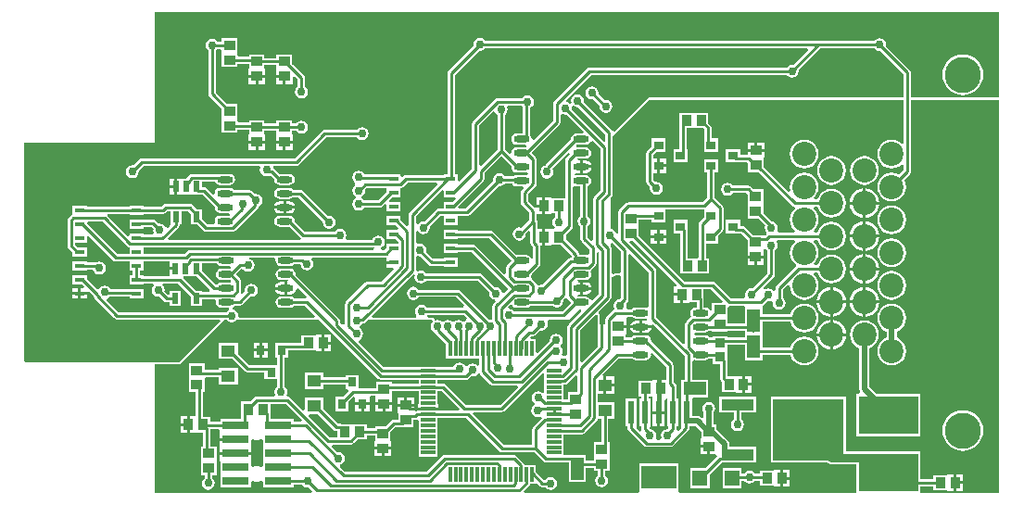
<source format=gbr>
%TF.GenerationSoftware,Altium Limited,Altium Designer,19.0.10 (269)*%
G04 Layer_Physical_Order=1*
G04 Layer_Color=255*
%FSLAX26Y26*%
%MOIN*%
%TF.FileFunction,Copper,L1,Top,Signal*%
%TF.Part,Single*%
G01*
G75*
%TA.AperFunction,SMDPad,CuDef*%
%ADD10R,0.039370X0.035433*%
%ADD11R,0.037402X0.033465*%
%ADD12R,0.118110X0.039370*%
%ADD13R,0.251969X0.218504*%
%ADD14R,0.035000X0.016535*%
%ADD15O,0.057087X0.023622*%
%ADD16R,0.035433X0.039370*%
%ADD17R,0.035433X0.031496*%
%ADD18R,0.031496X0.035433*%
%ADD19R,0.051181X0.043307*%
%ADD20R,0.094488X0.029921*%
%ADD21R,0.080709X0.045276*%
%ADD22R,0.045276X0.080709*%
%ADD23R,0.053150X0.011811*%
%ADD24R,0.011811X0.053150*%
%ADD25R,0.023622X0.082677*%
%ADD26R,0.125984X0.082677*%
%TA.AperFunction,ConnectorPad*%
%ADD27R,0.053150X0.057087*%
%TA.AperFunction,SMDPad,CuDef*%
%ADD28R,0.214567X0.137795*%
%ADD29R,0.023622X0.039370*%
%TA.AperFunction,Conductor*%
%ADD30C,0.010000*%
%ADD31C,0.015000*%
%ADD32C,0.020000*%
%ADD33C,0.030000*%
%TA.AperFunction,ComponentPad*%
%ADD34C,0.129921*%
%ADD35C,0.086614*%
%TA.AperFunction,ViaPad*%
%ADD36C,0.030000*%
G36*
X3302084Y1604294D02*
X3248019Y1550229D01*
X3244095Y1551010D01*
X3235120Y1549225D01*
X3227512Y1544141D01*
X3225289Y1540814D01*
X2515520D01*
X2510448Y1539805D01*
X2506148Y1536932D01*
X2387824Y1418608D01*
X2384951Y1414308D01*
X2383942Y1409236D01*
Y1348947D01*
X2313765Y1278770D01*
X2307314Y1282218D01*
X2307601Y1283661D01*
X2306063Y1291391D01*
X2301685Y1297944D01*
X2301207Y1298263D01*
Y1395960D01*
X2308362Y1400741D01*
X2313445Y1408349D01*
X2315230Y1417323D01*
X2313445Y1426297D01*
X2308362Y1433905D01*
X2300754Y1438988D01*
X2291780Y1440773D01*
X2282805Y1438988D01*
X2275197Y1433905D01*
X2273269Y1431018D01*
X2185253D01*
X2180180Y1430010D01*
X2175880Y1427136D01*
X2096484Y1347740D01*
X2093610Y1343440D01*
X2092601Y1338367D01*
Y1176443D01*
X2047715Y1131557D01*
X2041248Y1134236D01*
Y1156344D01*
X2030971D01*
Y1515179D01*
X2117138Y1601346D01*
X2121063Y1600565D01*
X2130037Y1602350D01*
X2137645Y1607434D01*
X2139868Y1610761D01*
X3299405D01*
X3302084Y1604294D01*
D02*
G37*
G36*
X3542473Y1605465D02*
X3550081Y1600382D01*
X3559055Y1598597D01*
X3562980Y1599377D01*
X3645415Y1516943D01*
Y1433354D01*
X2732284Y1433353D01*
X2732283Y1433353D01*
X2729162Y1432732D01*
X2726516Y1430964D01*
X2726515Y1430964D01*
X2606204Y1310653D01*
X2599129Y1312191D01*
X2598417Y1312765D01*
X2595871Y1316574D01*
X2495111Y1417335D01*
X2495892Y1421260D01*
X2494106Y1430234D01*
X2489023Y1437842D01*
X2481415Y1442925D01*
X2472441Y1444710D01*
X2463467Y1442925D01*
X2455859Y1437842D01*
X2450775Y1430234D01*
X2448990Y1421260D01*
X2450206Y1415149D01*
X2443771Y1411619D01*
X2437998Y1415477D01*
X2433064Y1416458D01*
X2430760Y1424053D01*
X2521011Y1514304D01*
X3225289D01*
X3227512Y1510977D01*
X3235120Y1505894D01*
X3244095Y1504109D01*
X3253069Y1505894D01*
X3260677Y1510977D01*
X3265760Y1518585D01*
X3267545Y1527559D01*
X3266764Y1531484D01*
X3344073Y1608793D01*
X3540250D01*
X3542473Y1605465D01*
D02*
G37*
G36*
X3989835Y1433354D02*
X3671924Y1433354D01*
Y1522432D01*
X3671924Y1522433D01*
X3670915Y1527505D01*
X3668042Y1531805D01*
X3581725Y1618122D01*
X3582506Y1622047D01*
X3580721Y1631021D01*
X3575637Y1638629D01*
X3568029Y1643713D01*
X3559055Y1645498D01*
X3550081Y1643713D01*
X3542473Y1638629D01*
X3540250Y1635302D01*
X3343122D01*
X3341686Y1636261D01*
X3336614Y1637270D01*
X2139868D01*
X2137645Y1640598D01*
X2130037Y1645681D01*
X2121063Y1647466D01*
X2112089Y1645681D01*
X2104481Y1640598D01*
X2099398Y1632990D01*
X2097612Y1624016D01*
X2098393Y1620091D01*
X2008344Y1530042D01*
X2005471Y1525742D01*
X2004462Y1520669D01*
Y1156344D01*
X1990248D01*
Y1153332D01*
X1855176D01*
X1850104Y1152323D01*
X1845803Y1149449D01*
X1842991Y1146637D01*
X1836524Y1149315D01*
Y1156344D01*
X1785524D01*
Y1156128D01*
X1705713D01*
X1701621Y1162251D01*
X1694014Y1167335D01*
X1685039Y1169120D01*
X1676065Y1167335D01*
X1668457Y1162251D01*
X1663374Y1154643D01*
X1661589Y1145669D01*
X1663374Y1136695D01*
X1668457Y1129087D01*
X1672974Y1126070D01*
Y1118025D01*
X1668457Y1115007D01*
X1663374Y1107399D01*
X1661589Y1098425D01*
X1663374Y1089451D01*
X1668457Y1081843D01*
X1674731Y1077651D01*
X1675357Y1074425D01*
Y1073115D01*
X1674731Y1069888D01*
X1668457Y1065696D01*
X1663374Y1058088D01*
X1661589Y1049114D01*
X1663374Y1040140D01*
X1668457Y1032532D01*
X1676065Y1027449D01*
X1685039Y1025664D01*
X1694014Y1027449D01*
X1701621Y1032532D01*
X1703845Y1035859D01*
X1760829D01*
X1765901Y1036868D01*
X1770201Y1039742D01*
X1779056Y1048597D01*
X1785524Y1045918D01*
Y1023809D01*
X1836524D01*
Y1056344D01*
X1795950D01*
X1793271Y1062812D01*
X1804269Y1073809D01*
X1836524D01*
Y1106075D01*
X1838981Y1106563D01*
X1843281Y1109437D01*
X1860666Y1126822D01*
X1965370D01*
X1968049Y1120355D01*
X1868151Y1020457D01*
X1865278Y1016157D01*
X1864269Y1011085D01*
Y973955D01*
X1857802Y971276D01*
X1836524Y992554D01*
Y1006345D01*
X1785524D01*
Y973809D01*
X1817779D01*
X1828776Y962812D01*
X1826097Y956345D01*
X1785524D01*
Y923809D01*
X1817779D01*
X1828243Y913345D01*
X1828207Y906345D01*
X1785524D01*
Y892554D01*
X1777971Y885002D01*
X1768844D01*
X1765224Y891488D01*
X1765301Y892002D01*
X1772488Y896804D01*
X1777571Y904412D01*
X1779356Y913386D01*
X1777571Y922360D01*
X1772488Y929968D01*
X1764880Y935051D01*
X1755906Y936836D01*
X1746931Y935051D01*
X1739323Y929968D01*
X1734240Y922360D01*
X1733759Y919940D01*
X1642786D01*
X1639045Y926940D01*
X1639776Y928034D01*
X1641561Y937008D01*
X1639776Y945982D01*
X1634692Y953590D01*
X1627084Y958673D01*
X1618110Y960458D01*
X1609136Y958673D01*
X1601528Y953590D01*
X1599305Y950263D01*
X1491514D01*
X1454997Y986779D01*
X1455238Y987992D01*
X1453701Y995722D01*
X1449322Y1002275D01*
X1442769Y1006654D01*
X1435039Y1008191D01*
X1401575D01*
X1393845Y1006654D01*
X1387292Y1002275D01*
X1382913Y995722D01*
X1381376Y987992D01*
X1382913Y980262D01*
X1387292Y973709D01*
X1393845Y969331D01*
X1401575Y967793D01*
X1435039D01*
X1436252Y968034D01*
X1476651Y927635D01*
X1477692Y926940D01*
X1475569Y919940D01*
X1000224D01*
X997545Y926407D01*
X1036932Y965793D01*
X1039805Y970094D01*
X1040814Y975166D01*
Y976252D01*
X1047370D01*
Y1023367D01*
X1072061D01*
X1082551Y1012877D01*
Y976252D01*
X1103428D01*
X1125871Y953809D01*
X1130172Y950935D01*
X1135244Y949926D01*
X1230749D01*
X1235822Y950935D01*
X1240122Y953809D01*
X1320506Y1034193D01*
X1323380Y1038493D01*
X1323945Y1041333D01*
X1331543Y1046410D01*
X1336626Y1054018D01*
X1338411Y1062992D01*
X1336626Y1071966D01*
X1331543Y1079574D01*
X1323935Y1084658D01*
X1314961Y1086443D01*
X1311036Y1085662D01*
X1299333Y1097365D01*
X1295033Y1100238D01*
X1289961Y1101247D01*
X1235442D01*
X1234755Y1102275D01*
X1228202Y1106654D01*
X1220473Y1108191D01*
X1187008D01*
X1179278Y1106654D01*
X1172725Y1102275D01*
X1168346Y1095722D01*
X1166809Y1087992D01*
X1167096Y1086549D01*
X1160645Y1083100D01*
X1136853Y1106892D01*
X1132553Y1109765D01*
X1127480Y1110774D01*
X1122173D01*
Y1131635D01*
X1168073D01*
X1168346Y1130262D01*
X1172725Y1123709D01*
X1179278Y1119331D01*
X1187008Y1117793D01*
X1220473D01*
X1228202Y1119331D01*
X1234755Y1123709D01*
X1239134Y1130262D01*
X1240672Y1137992D01*
X1239134Y1145722D01*
X1234755Y1152275D01*
X1228202Y1156654D01*
X1220473Y1158191D01*
X1187008D01*
X1181543Y1157104D01*
X1181496Y1157136D01*
X1176424Y1158145D01*
X1085167D01*
X1080094Y1157136D01*
X1075794Y1154262D01*
X1068179Y1146647D01*
X1065305Y1142347D01*
X1064817Y1139890D01*
X1049370D01*
Y1141890D01*
X1032559D01*
Y1112205D01*
Y1082520D01*
X1049370D01*
Y1084520D01*
X1107892D01*
X1109173Y1084265D01*
X1121990D01*
X1167050Y1039205D01*
X1166809Y1037992D01*
X1168346Y1030262D01*
X1172725Y1023709D01*
X1179278Y1019331D01*
X1187008Y1017793D01*
X1218047D01*
X1221423Y1013121D01*
X1221868Y1010933D01*
X1219359Y1008191D01*
X1187008D01*
X1179278Y1006654D01*
X1172725Y1002275D01*
X1168346Y995722D01*
X1166809Y987992D01*
X1167715Y983436D01*
X1163125Y976436D01*
X1140734D01*
X1122173Y994997D01*
Y1031622D01*
X1101296D01*
X1086924Y1045995D01*
X1082624Y1048868D01*
X1077551Y1049877D01*
X990640D01*
X985567Y1048868D01*
X981267Y1045995D01*
X976480Y1041207D01*
X911327D01*
Y1044220D01*
X860327D01*
Y1041207D01*
X706602D01*
Y1044220D01*
X655602D01*
Y1011955D01*
X653145Y1011466D01*
X648845Y1008593D01*
X641230Y1000978D01*
X638357Y996678D01*
X637348Y991605D01*
Y899221D01*
X638357Y894148D01*
X641230Y889848D01*
X655602Y875476D01*
Y861685D01*
X706602D01*
Y894221D01*
X674347D01*
X663883Y904685D01*
X663919Y911685D01*
X706602D01*
Y933794D01*
X713070Y936473D01*
X802230Y847313D01*
X806530Y844439D01*
X811602Y843430D01*
X860327D01*
Y811685D01*
X872572D01*
Y794221D01*
X860327D01*
Y761685D01*
X911327D01*
Y764698D01*
X946312D01*
X948435Y757698D01*
X947001Y756740D01*
X941917Y749132D01*
X940132Y740158D01*
X941917Y731183D01*
X947001Y723575D01*
X954609Y718492D01*
X963583Y716707D01*
X967508Y717488D01*
X984722Y700273D01*
X989022Y697400D01*
X994095Y696391D01*
X1005780D01*
Y681961D01*
X1045402D01*
Y737331D01*
X1005780D01*
Y724844D01*
X998780Y723706D01*
X986253Y736233D01*
X987033Y740158D01*
X985248Y749132D01*
X980165Y756740D01*
X978730Y757698D01*
X980854Y764698D01*
X1034470D01*
X1080583Y718586D01*
Y681961D01*
X1120205D01*
Y708588D01*
X1167315D01*
X1171727Y701588D01*
X1170746Y696654D01*
X1172283Y688924D01*
X1176662Y682371D01*
X1183215Y677992D01*
X1190945Y676454D01*
X1217528D01*
X1218545Y673437D01*
X1218692Y669454D01*
X1212060Y665023D01*
X1209836Y661695D01*
X821389D01*
X779320Y703764D01*
X781670Y711314D01*
X788236Y715701D01*
X789012Y716864D01*
X860327D01*
Y711685D01*
X911327D01*
Y744221D01*
X860327D01*
Y743373D01*
X791906D01*
X788236Y748866D01*
X780628Y753949D01*
X771654Y755734D01*
X762679Y753949D01*
X755072Y748866D01*
X752266Y744666D01*
X743789Y743243D01*
X706602Y780430D01*
Y794221D01*
X655602D01*
Y761685D01*
X687857D01*
X696855Y752688D01*
X694176Y746221D01*
X686102D01*
Y732953D01*
X711400D01*
X715070Y734473D01*
X730782Y718761D01*
X731408Y715613D01*
X734281Y711313D01*
X806526Y639068D01*
X810826Y636195D01*
X815899Y635186D01*
X1184386D01*
X1187065Y628719D01*
X1038943Y480597D01*
X953039D01*
X949917Y479976D01*
X948960Y479336D01*
X948003Y479976D01*
X944882Y480597D01*
X487586D01*
X482637Y485546D01*
X482646Y1269403D01*
X944881D01*
X948003Y1270024D01*
X950649Y1271792D01*
X952417Y1274438D01*
X953038Y1277560D01*
Y1739805D01*
X3989835D01*
Y1433354D01*
D02*
G37*
G36*
X2463467Y1399594D02*
X2472441Y1397809D01*
X2476366Y1398590D01*
X2573244Y1301712D01*
Y1277482D01*
X2566777Y1274803D01*
X2451693Y1389886D01*
X2452474Y1393811D01*
X2451259Y1399922D01*
X2457694Y1403452D01*
X2463467Y1399594D01*
D02*
G37*
G36*
X3989835Y10195D02*
X3705835D01*
Y33989D01*
X3751843D01*
Y19559D01*
X3802992D01*
Y17559D01*
X3825709D01*
Y47244D01*
Y76929D01*
X3802992D01*
Y74929D01*
X3751843D01*
Y60499D01*
X3705835D01*
Y160559D01*
X3538919D01*
X3536653Y161010D01*
X3437134D01*
Y355441D01*
X3169165D01*
Y120937D01*
X3367572D01*
X3375120Y115894D01*
X3384094Y114109D01*
X3475268D01*
Y10195D01*
X2837178D01*
X2835756Y16606D01*
X2835756Y17195D01*
Y115284D01*
X2693772D01*
Y17195D01*
X2693772Y16606D01*
X2692349Y10195D01*
X2281865D01*
X2279186Y16663D01*
X2297963Y35440D01*
X2300836Y39740D01*
X2301325Y42197D01*
X2322961D01*
Y42197D01*
X2327050Y43891D01*
X2336021Y34919D01*
X2340321Y32046D01*
X2345394Y31037D01*
X2357179D01*
X2359402Y27709D01*
X2367010Y22626D01*
X2375984Y20841D01*
X2384959Y22626D01*
X2392566Y27709D01*
X2397650Y35317D01*
X2399435Y44291D01*
X2397650Y53266D01*
X2392566Y60874D01*
X2384959Y65957D01*
X2375984Y67742D01*
X2367010Y65957D01*
X2359402Y60874D01*
X2357614Y58197D01*
X2350635Y57795D01*
X2322961Y85469D01*
Y111347D01*
X2281640D01*
X2281151Y113804D01*
X2278278Y118104D01*
X2252663Y143719D01*
X2248363Y146592D01*
X2243290Y147601D01*
X1995034D01*
X1989961Y146592D01*
X1985661Y143719D01*
X1928394Y86452D01*
X1636034D01*
X1617231Y105254D01*
X1619535Y112850D01*
X1621179Y113177D01*
X1628787Y118260D01*
X1633870Y125868D01*
X1635655Y134843D01*
X1633870Y143817D01*
X1628787Y151425D01*
X1621179Y156508D01*
X1612205Y158293D01*
X1608280Y157512D01*
X1587491Y178302D01*
X1590169Y184769D01*
X1657944D01*
X1663016Y185778D01*
X1667316Y188651D01*
X1681689Y203024D01*
X1713709D01*
Y217454D01*
X1743968D01*
Y197992D01*
X1741968D01*
Y175276D01*
X1771653D01*
Y170276D01*
D01*
Y175276D01*
X1801339D01*
Y197992D01*
X1799339D01*
Y230397D01*
X1815608Y246667D01*
X1841614D01*
X1842895Y246921D01*
X1882016D01*
Y272100D01*
X1889016D01*
X1893465Y272985D01*
X1894498Y272842D01*
X1900465Y268950D01*
Y220346D01*
Y180976D01*
Y141606D01*
X1969614D01*
Y161291D01*
Y200661D01*
Y240032D01*
Y280052D01*
X2071995D01*
X2191812Y160235D01*
X2196112Y157362D01*
X2201184Y156353D01*
X2317344D01*
X2349290Y124407D01*
X2353590Y121534D01*
X2358663Y120525D01*
X2441803D01*
Y50071D01*
X2503079D01*
Y100840D01*
X2531370D01*
Y89441D01*
X2545800D01*
Y73924D01*
X2542473Y71700D01*
X2537390Y64092D01*
X2535604Y55118D01*
X2537390Y46144D01*
X2542473Y38536D01*
X2550081Y33453D01*
X2559055Y31668D01*
X2568029Y33453D01*
X2575637Y38536D01*
X2580721Y46144D01*
X2582506Y55118D01*
X2580721Y64092D01*
X2575637Y71700D01*
X2572310Y73924D01*
Y89441D01*
X2586740D01*
Y140874D01*
X2586740D01*
Y142591D01*
X2586740D01*
Y194024D01*
X2583215D01*
Y277433D01*
X2604457D01*
Y336740D01*
X2545530D01*
Y365984D01*
X2565866D01*
Y397638D01*
Y429291D01*
X2564782D01*
X2562103Y435759D01*
X2620767Y494423D01*
X2668101D01*
X2668788Y493394D01*
X2675341Y489016D01*
X2683071Y487478D01*
X2716535D01*
X2724265Y489016D01*
X2730818Y493394D01*
X2735197Y499947D01*
X2736735Y507677D01*
X2736447Y509121D01*
X2742899Y512569D01*
X2790937Y464531D01*
Y415512D01*
X2775669D01*
Y385827D01*
X2765669D01*
Y415512D01*
X2742953D01*
Y413512D01*
X2691803D01*
Y358142D01*
X2701509D01*
Y349536D01*
X2694953D01*
Y250858D01*
X2701509D01*
Y239467D01*
X2702282Y235584D01*
X2699171Y232759D01*
X2696508Y231458D01*
X2684108Y243858D01*
X2684575Y250858D01*
X2684575D01*
Y349536D01*
X2644953D01*
Y250858D01*
X2652108D01*
Y243858D01*
X2653117Y238786D01*
X2655990Y234486D01*
X2711313Y179163D01*
X2715613Y176290D01*
X2720686Y175281D01*
X2806874D01*
X2811946Y176290D01*
X2816246Y179163D01*
X2871569Y234486D01*
X2874442Y238786D01*
X2875451Y243858D01*
Y250506D01*
X2897753D01*
X2917197Y231061D01*
Y205866D01*
X2915197D01*
Y183150D01*
X2944882D01*
Y178150D01*
X2949882D01*
Y150433D01*
X2968171D01*
X2974159Y143433D01*
X2973804Y141171D01*
X2932168Y99535D01*
X2877827D01*
Y26449D01*
X2946976D01*
Y76853D01*
X2990215Y120092D01*
X3012874D01*
X3014155Y120347D01*
X3116268D01*
Y175716D01*
X3018510D01*
Y185732D01*
X3017113Y192755D01*
X3013135Y198709D01*
X2972567Y239276D01*
Y257016D01*
X2963235D01*
Y301028D01*
X2966547Y305986D01*
X2968332Y314961D01*
X2966547Y323935D01*
X2961464Y331543D01*
X2953856Y336626D01*
X2944882Y338411D01*
X2935908Y336626D01*
X2928300Y331543D01*
X2923216Y323935D01*
X2921431Y314961D01*
X2923216Y305986D01*
X2926529Y301028D01*
Y282784D01*
X2920062Y280105D01*
X2918331Y281836D01*
X2912378Y285814D01*
X2905354Y287211D01*
X2884927D01*
Y298386D01*
X2884575Y300159D01*
Y349535D01*
X2887826Y355189D01*
X2942055D01*
Y416465D01*
X2884318D01*
Y484973D01*
X2891318Y488735D01*
X2897638Y487478D01*
X2931102D01*
X2938832Y489016D01*
X2945385Y493394D01*
X2946072Y494423D01*
X2957551D01*
Y474283D01*
X2985682D01*
Y421339D01*
X2986691Y416266D01*
X2989565Y411966D01*
X2991016Y410515D01*
Y373890D01*
X3042165D01*
Y371890D01*
X3064882D01*
Y401575D01*
Y431260D01*
X3042165D01*
Y429260D01*
X3012192D01*
Y485315D01*
X3011183Y490387D01*
X3010953Y490731D01*
Y523748D01*
X3010953D01*
Y525465D01*
X3010953D01*
Y544423D01*
X3075661D01*
Y487079D01*
X3136937D01*
Y507415D01*
X3237397D01*
X3237415Y507276D01*
X3242585Y494794D01*
X3250809Y484077D01*
X3261527Y475853D01*
X3274008Y470683D01*
X3287402Y468920D01*
X3300795Y470683D01*
X3313276Y475853D01*
X3323994Y484077D01*
X3332218Y494794D01*
X3337388Y507276D01*
X3339151Y520669D01*
X3337388Y534063D01*
X3332218Y546544D01*
X3323994Y557262D01*
X3313276Y565486D01*
X3300795Y570656D01*
X3287402Y572419D01*
X3274008Y570656D01*
X3261527Y565486D01*
X3250809Y557262D01*
X3242585Y546544D01*
X3237415Y534063D01*
X3237397Y533924D01*
X3136937D01*
Y581567D01*
Y625525D01*
X3237397D01*
X3237415Y625386D01*
X3242585Y612905D01*
X3250809Y602187D01*
X3261527Y593963D01*
X3274008Y588793D01*
X3287402Y587030D01*
X3300795Y588793D01*
X3313276Y593963D01*
X3323994Y602187D01*
X3332218Y612905D01*
X3337388Y625386D01*
X3339151Y638779D01*
X3337388Y652173D01*
X3332218Y664654D01*
X3323994Y675372D01*
X3313276Y683596D01*
X3300795Y688766D01*
X3287402Y690529D01*
X3274008Y688766D01*
X3261527Y683596D01*
X3250809Y675372D01*
X3242585Y664654D01*
X3237415Y652173D01*
X3237397Y652034D01*
X3136937D01*
Y678275D01*
X3136937Y678276D01*
X3137343Y685107D01*
X3140231Y687037D01*
X3153900Y700706D01*
X3157825Y699925D01*
X3166799Y701711D01*
X3168198Y702646D01*
X3174498Y698436D01*
X3173400Y692913D01*
X3175185Y683939D01*
X3180268Y676331D01*
X3187876Y671248D01*
X3196850Y669463D01*
X3205825Y671248D01*
X3213432Y676331D01*
X3218516Y683939D01*
X3220301Y692913D01*
X3218516Y701888D01*
X3213432Y709495D01*
X3210105Y711719D01*
Y740478D01*
X3229534Y759907D01*
X3232370Y758508D01*
X3235741Y756214D01*
X3237415Y743496D01*
X3242585Y731015D01*
X3250809Y720297D01*
X3261527Y712073D01*
X3274008Y706903D01*
X3287402Y705140D01*
X3300795Y706903D01*
X3313276Y712073D01*
X3323994Y720297D01*
X3332218Y731015D01*
X3337388Y743496D01*
X3339151Y756890D01*
X3337388Y770284D01*
X3332218Y782765D01*
X3323994Y793482D01*
X3321117Y795690D01*
X3323493Y802690D01*
X3335822D01*
X3335840Y802551D01*
X3341010Y790070D01*
X3349234Y779352D01*
X3359952Y771128D01*
X3372433Y765958D01*
X3385827Y764195D01*
X3399221Y765958D01*
X3411702Y771128D01*
X3422419Y779352D01*
X3430643Y790070D01*
X3435813Y802551D01*
X3437577Y815945D01*
X3435813Y829339D01*
X3430643Y841820D01*
X3422419Y852538D01*
X3411702Y860761D01*
X3399221Y865931D01*
X3385827Y867695D01*
X3372433Y865931D01*
X3359952Y860761D01*
X3349234Y852538D01*
X3341010Y841820D01*
X3335840Y829339D01*
X3335822Y829200D01*
X3323493D01*
X3321117Y836200D01*
X3323994Y838407D01*
X3332218Y849125D01*
X3337388Y861606D01*
X3339151Y875000D01*
X3337388Y888394D01*
X3332218Y900875D01*
X3323994Y911593D01*
X3321117Y913800D01*
X3323493Y920800D01*
X3335822D01*
X3335840Y920661D01*
X3341010Y908180D01*
X3349234Y897462D01*
X3359952Y889239D01*
X3372433Y884069D01*
X3385827Y882305D01*
X3399221Y884069D01*
X3411702Y889239D01*
X3422419Y897462D01*
X3430643Y908180D01*
X3435813Y920661D01*
X3437577Y934055D01*
X3435813Y947449D01*
X3430643Y959930D01*
X3422419Y970648D01*
X3411702Y978872D01*
X3399221Y984042D01*
X3385827Y985805D01*
X3372433Y984042D01*
X3359952Y978872D01*
X3349234Y970648D01*
X3341010Y959930D01*
X3335840Y947449D01*
X3335822Y947310D01*
X3323493D01*
X3321117Y954310D01*
X3323994Y956518D01*
X3332218Y967235D01*
X3337388Y979716D01*
X3339151Y993110D01*
X3337388Y1006504D01*
X3332218Y1018985D01*
X3323994Y1029703D01*
X3321117Y1031911D01*
X3323493Y1038911D01*
X3335822D01*
X3335840Y1038772D01*
X3341010Y1026290D01*
X3349234Y1015573D01*
X3359952Y1007349D01*
X3372433Y1002179D01*
X3385827Y1000415D01*
X3399221Y1002179D01*
X3411702Y1007349D01*
X3422419Y1015573D01*
X3430643Y1026290D01*
X3435813Y1038772D01*
X3437577Y1052165D01*
X3435813Y1065559D01*
X3430643Y1078040D01*
X3422419Y1088758D01*
X3411702Y1096982D01*
X3399221Y1102152D01*
X3385827Y1103915D01*
X3372433Y1102152D01*
X3359952Y1096982D01*
X3349234Y1088758D01*
X3341010Y1078040D01*
X3335840Y1065559D01*
X3335822Y1065420D01*
X3323493D01*
X3321117Y1072420D01*
X3323994Y1074628D01*
X3332218Y1085346D01*
X3337388Y1097827D01*
X3339151Y1111220D01*
X3337388Y1124614D01*
X3332218Y1137095D01*
X3323994Y1147813D01*
X3313276Y1156037D01*
X3300795Y1161207D01*
X3287402Y1162970D01*
X3274008Y1161207D01*
X3261527Y1156037D01*
X3250809Y1147813D01*
X3242585Y1137095D01*
X3237415Y1124614D01*
X3235652Y1111220D01*
X3237415Y1097827D01*
X3237765Y1096982D01*
X3231831Y1093016D01*
X3141858Y1182989D01*
Y1215394D01*
X3143858D01*
Y1238110D01*
X3084488D01*
Y1226916D01*
X3057213D01*
Y1248158D01*
X3005780D01*
Y1200661D01*
X3040963D01*
X3042244Y1200407D01*
X3083014D01*
X3086488Y1196932D01*
Y1164244D01*
X3123113D01*
X3244564Y1042793D01*
X3248865Y1039919D01*
X3251851Y1039326D01*
X3253817Y1033789D01*
X3253774Y1031978D01*
X3250809Y1029703D01*
X3242585Y1018985D01*
X3237415Y1006504D01*
X3235652Y993110D01*
X3237415Y979716D01*
X3242585Y967235D01*
X3250809Y956518D01*
X3253686Y954310D01*
X3251310Y947310D01*
X3193841D01*
X3190100Y954310D01*
X3190957Y955593D01*
X3192742Y964567D01*
X3190957Y973541D01*
X3185873Y981149D01*
X3178265Y986232D01*
X3169561Y987964D01*
X3140874Y1016650D01*
Y1044055D01*
X3140874Y1049339D01*
X3140874Y1056339D01*
Y1102488D01*
X3106218D01*
X3096971Y1111735D01*
X3092671Y1114608D01*
X3087598Y1115617D01*
X3030616D01*
X3028393Y1118944D01*
X3020785Y1124028D01*
X3011811Y1125813D01*
X3002837Y1124028D01*
X2995229Y1118944D01*
X2990146Y1111336D01*
X2988360Y1102362D01*
X2990146Y1093388D01*
X2995229Y1085780D01*
X3002837Y1080697D01*
X3011811Y1078912D01*
X3020785Y1080697D01*
X3028393Y1085780D01*
X3030616Y1089108D01*
X3079911D01*
X3085504Y1083514D01*
Y1056339D01*
X3085504Y1051055D01*
X3085504Y1044055D01*
Y997905D01*
X3122129D01*
X3147438Y972597D01*
X3145841Y964567D01*
X3147626Y955593D01*
X3152709Y947985D01*
X3150449Y941076D01*
X3147747Y938373D01*
X3125906D01*
X3124625Y938118D01*
X3104249D01*
X3075239Y967128D01*
X3070939Y970002D01*
X3065866Y971011D01*
X3057213D01*
Y992252D01*
X3005780D01*
Y944756D01*
X3040963D01*
X3042244Y944501D01*
X3060376D01*
X3085504Y919373D01*
Y886968D01*
X3083504D01*
Y864252D01*
X3113189D01*
X3142874D01*
Y886968D01*
X3142923Y887038D01*
X3151412Y886934D01*
X3152709Y884993D01*
X3156037Y882769D01*
Y800766D01*
X3102350Y747079D01*
X3098425Y747860D01*
X3089451Y746075D01*
X3081843Y740991D01*
X3076760Y733384D01*
X3074975Y724409D01*
X3076515Y716664D01*
X3072838Y709664D01*
X3024408D01*
X2967605Y766467D01*
X2963305Y769340D01*
X2958233Y770349D01*
X2857195D01*
X2691602Y935942D01*
Y968630D01*
X2691603D01*
Y970347D01*
X2691602D01*
Y992651D01*
X2738063D01*
Y982158D01*
X2789496D01*
Y1029653D01*
X2796481Y1029690D01*
X2920054D01*
X2927039Y1029653D01*
X2927039Y1023481D01*
Y1000903D01*
X2912667Y986530D01*
X2909794Y982230D01*
X2908785Y977158D01*
Y859407D01*
X2903835Y854457D01*
X2894559Y854457D01*
X2887559Y854457D01*
X2868491D01*
Y957756D01*
X2868236Y959037D01*
Y992252D01*
X2816803D01*
Y944756D01*
X2841982D01*
Y854457D01*
X2841410D01*
Y799087D01*
X2887559D01*
X2892843Y799087D01*
X2899843Y799087D01*
X2945992D01*
Y854457D01*
X2935294D01*
Y907355D01*
X2978472D01*
Y936106D01*
X2992845Y950478D01*
X2995718Y954778D01*
X2996727Y959851D01*
Y1036008D01*
X2995718Y1041080D01*
X2992845Y1045380D01*
X2966011Y1072215D01*
Y1163260D01*
X2978472D01*
Y1210756D01*
X2927039D01*
Y1163260D01*
X2939501D01*
Y1072215D01*
X2923486Y1056199D01*
X2655012D01*
X2649940Y1055190D01*
X2645640Y1052317D01*
X2621860Y1028537D01*
X2618987Y1024237D01*
X2617978Y1019164D01*
Y943988D01*
X2610978Y943299D01*
X2610248Y946966D01*
X2605165Y954574D01*
X2597557Y959658D01*
X2590748Y961012D01*
Y1072097D01*
X2595871Y1077220D01*
X2598744Y1081520D01*
X2599753Y1086592D01*
Y1292667D01*
X2732283Y1425197D01*
X3645415Y1425197D01*
Y1268116D01*
X3642419Y1267099D01*
X3638415Y1266338D01*
X3628237Y1274147D01*
X3615756Y1279317D01*
X3602362Y1281081D01*
X3588968Y1279317D01*
X3576487Y1274147D01*
X3565770Y1265923D01*
X3557546Y1255206D01*
X3552376Y1242725D01*
X3550612Y1229331D01*
X3552376Y1215937D01*
X3557546Y1203456D01*
X3565770Y1192738D01*
X3576487Y1184514D01*
X3588968Y1179344D01*
X3602362Y1177581D01*
X3615756Y1179344D01*
X3628237Y1184514D01*
X3638415Y1192324D01*
X3642419Y1191562D01*
X3645415Y1190545D01*
Y1173018D01*
X3628348Y1155952D01*
X3628237Y1156037D01*
X3615756Y1161207D01*
X3602362Y1162970D01*
X3588968Y1161207D01*
X3576487Y1156037D01*
X3565770Y1147813D01*
X3557546Y1137095D01*
X3552376Y1124614D01*
X3550612Y1111220D01*
X3552376Y1097827D01*
X3557546Y1085346D01*
X3565770Y1074628D01*
X3576487Y1066404D01*
X3588968Y1061234D01*
X3602362Y1059471D01*
X3615756Y1061234D01*
X3628237Y1066404D01*
X3638955Y1074628D01*
X3647179Y1085346D01*
X3652349Y1097827D01*
X3654112Y1111220D01*
X3652349Y1124614D01*
X3647179Y1137095D01*
X3647093Y1137207D01*
X3668042Y1158155D01*
X3670915Y1162455D01*
X3671924Y1167528D01*
Y1425197D01*
X3989835Y1425197D01*
Y10195D01*
D02*
G37*
G36*
X2274698Y1401488D02*
Y1303861D01*
X2253937D01*
X2246207Y1302323D01*
X2239654Y1297944D01*
X2235276Y1291391D01*
X2233738Y1283661D01*
X2235276Y1275931D01*
X2239654Y1269379D01*
X2246207Y1265000D01*
X2253937Y1263462D01*
X2284976D01*
X2288352Y1258790D01*
X2288797Y1256603D01*
X2286288Y1253861D01*
X2253937D01*
X2246207Y1252323D01*
X2239654Y1247944D01*
X2235276Y1241391D01*
X2233738Y1233661D01*
X2234025Y1232218D01*
X2227574Y1228770D01*
X2210105Y1246238D01*
Y1370958D01*
X2213432Y1373182D01*
X2218516Y1380790D01*
X2220301Y1389764D01*
X2218760Y1397509D01*
X2222438Y1404509D01*
X2272680D01*
X2274698Y1401488D01*
D02*
G37*
G36*
X2175881Y1379748D02*
X2180268Y1373182D01*
X2183596Y1370958D01*
Y1246238D01*
X2125578Y1188221D01*
X2119111Y1190899D01*
Y1332877D01*
X2168331Y1382097D01*
X2175881Y1379748D01*
D02*
G37*
G36*
X2555244Y1248846D02*
Y1099538D01*
X2533210Y1077504D01*
X2530337Y1073204D01*
X2529328Y1068132D01*
Y919341D01*
X2522861Y916662D01*
X2509430Y930093D01*
Y969271D01*
X2512757Y971495D01*
X2517841Y979102D01*
X2519626Y988077D01*
X2517841Y997051D01*
X2512757Y1004659D01*
X2509430Y1006882D01*
Y1114947D01*
X2509698Y1115000D01*
X2516251Y1119379D01*
X2520630Y1125931D01*
X2522168Y1133661D01*
X2520630Y1141391D01*
X2516251Y1147944D01*
X2509698Y1152323D01*
X2501969Y1153861D01*
X2468504D01*
X2466502Y1153462D01*
X2460818Y1157616D01*
X2466108Y1161900D01*
X2468504Y1161423D01*
X2480236D01*
Y1183661D01*
Y1205900D01*
X2476126D01*
X2475349Y1206499D01*
X2472701Y1212900D01*
X2473264Y1213462D01*
X2501969D01*
X2509698Y1215000D01*
X2516251Y1219379D01*
X2520630Y1225931D01*
X2522168Y1233661D01*
X2520630Y1241391D01*
X2516251Y1247944D01*
X2509698Y1252323D01*
X2501969Y1253861D01*
X2470930D01*
X2467554Y1258532D01*
X2467108Y1260720D01*
X2469618Y1263462D01*
X2501969D01*
X2509698Y1265000D01*
X2516251Y1269379D01*
X2519680Y1274510D01*
X2527379Y1276711D01*
X2555244Y1248846D01*
D02*
G37*
G36*
X2233979Y1184874D02*
X2233738Y1183661D01*
X2235276Y1175931D01*
X2239654Y1169379D01*
X2246207Y1165000D01*
X2253937Y1163462D01*
X2287402D01*
X2287546Y1163491D01*
X2293624Y1158661D01*
X2287546Y1153832D01*
X2287402Y1153861D01*
X2253937D01*
X2246207Y1152323D01*
X2241209Y1148983D01*
X2213100D01*
X2209495Y1154377D01*
X2201888Y1159461D01*
X2192913Y1161246D01*
X2183939Y1159461D01*
X2176331Y1154377D01*
X2171248Y1146770D01*
X2169463Y1137795D01*
X2170244Y1133870D01*
X2068437Y1032064D01*
X2044783D01*
X2042712Y1039064D01*
X2133229Y1129580D01*
X2136102Y1133880D01*
X2137111Y1138953D01*
Y1162264D01*
X2196850Y1222003D01*
X2233979Y1184874D01*
D02*
G37*
G36*
X2239654Y1119379D02*
X2246207Y1115000D01*
X2253937Y1113462D01*
X2274400D01*
X2277078Y1106995D01*
X2270686Y1100603D01*
X2267813Y1096303D01*
X2266804Y1091231D01*
Y1055290D01*
X2267813Y1050218D01*
X2270686Y1045918D01*
X2298958Y1017646D01*
Y992686D01*
X2270182Y963910D01*
X2262795Y965380D01*
X2253821Y963595D01*
X2246213Y958511D01*
X2241130Y950903D01*
X2239345Y941929D01*
X2241130Y932955D01*
X2246213Y925347D01*
X2253821Y920264D01*
X2262795Y918479D01*
X2271769Y920264D01*
X2279377Y925347D01*
X2284461Y932955D01*
X2286246Y941929D01*
X2286154Y942392D01*
X2296766Y953004D01*
X2303233Y950326D01*
Y910206D01*
X2304242Y905134D01*
X2307116Y900833D01*
X2313103Y894846D01*
Y854432D01*
X2306103Y853742D01*
X2306063Y853942D01*
X2301685Y860495D01*
X2295132Y864874D01*
X2287402Y866412D01*
X2253937D01*
X2252724Y866170D01*
X2169445Y949449D01*
X2165145Y952322D01*
X2160073Y953332D01*
X2041248D01*
Y956345D01*
X1990248D01*
Y923809D01*
X2041248D01*
Y926822D01*
X2154583D01*
X2233979Y847425D01*
X2233738Y846213D01*
X2233979Y845000D01*
X2219754Y830774D01*
X2216881Y826474D01*
X2215872Y821402D01*
Y799019D01*
X2209404Y796340D01*
X2106295Y899449D01*
X2101995Y902322D01*
X2096923Y903332D01*
X2041248D01*
Y906345D01*
X1990248D01*
Y873809D01*
X2041248D01*
Y876822D01*
X2091432D01*
X2223345Y744909D01*
X2207311Y728875D01*
X2199993Y731456D01*
X2198827Y737319D01*
X2193743Y744927D01*
X2186135Y750010D01*
X2177161Y751796D01*
X2173236Y751015D01*
X2127477Y796774D01*
X2123177Y799647D01*
X2118104Y800656D01*
X1928254D01*
X1926031Y803984D01*
X1918423Y809067D01*
X1909449Y810852D01*
X1900475Y809067D01*
X1896962Y806720D01*
X1890662Y810930D01*
X1890778Y811513D01*
Y859492D01*
X1897778Y862992D01*
X1905605Y861435D01*
X1906949Y861702D01*
X1937947Y830704D01*
X1942247Y827831D01*
X1947319Y826822D01*
X1990248D01*
Y823809D01*
X2041248D01*
Y856345D01*
X1990248D01*
Y853332D01*
X1952810D01*
X1927761Y878380D01*
X1929055Y884886D01*
X1927270Y893860D01*
X1922187Y901468D01*
X1914579Y906551D01*
X1905605Y908336D01*
X1897778Y906779D01*
X1890778Y910279D01*
Y950295D01*
X1897778Y952418D01*
X1900741Y947985D01*
X1908349Y942901D01*
X1917323Y941116D01*
X1926297Y942901D01*
X1933905Y947985D01*
X1938988Y955593D01*
X1940773Y964567D01*
X1939993Y968492D01*
X1977055Y1005554D01*
X1990248D01*
Y973809D01*
X2041248D01*
Y1005554D01*
X2073927D01*
X2079000Y1006563D01*
X2083300Y1009437D01*
X2188988Y1115125D01*
X2192913Y1114345D01*
X2201888Y1116130D01*
X2209495Y1121213D01*
X2210338Y1122474D01*
X2237586D01*
X2239654Y1119379D01*
D02*
G37*
G36*
X2420049Y1372146D02*
X2429024Y1370361D01*
X2432948Y1371141D01*
X2493762Y1310328D01*
X2491083Y1303861D01*
X2468504D01*
X2460774Y1302323D01*
X2454221Y1297944D01*
X2449843Y1291391D01*
X2448305Y1283661D01*
X2448546Y1282449D01*
X2356659Y1190561D01*
X2354455Y1187263D01*
X2353231Y1187020D01*
X2345623Y1181936D01*
X2340539Y1174329D01*
X2338754Y1165354D01*
X2340539Y1156380D01*
X2345623Y1148772D01*
X2353231Y1143689D01*
X2362205Y1141904D01*
X2371179Y1143689D01*
X2378787Y1148772D01*
X2383870Y1156380D01*
X2385655Y1165354D01*
X2383870Y1174329D01*
X2381485Y1177898D01*
X2437425Y1233837D01*
X2444816Y1231329D01*
X2445121Y1229023D01*
X2432198Y1216101D01*
X2429325Y1211801D01*
X2428316Y1206728D01*
Y1070992D01*
X2379095D01*
Y1072992D01*
X2356378D01*
Y1043307D01*
Y1013622D01*
X2379095D01*
Y1015622D01*
X2391157D01*
Y1003055D01*
X2387830Y1000832D01*
X2382746Y993224D01*
X2380961Y984250D01*
X2382746Y975276D01*
X2387830Y967668D01*
X2390644Y965788D01*
X2388520Y958788D01*
X2379095D01*
Y960788D01*
X2356378D01*
Y931102D01*
Y901418D01*
X2379095D01*
Y903418D01*
X2411499D01*
X2451056Y863861D01*
X2450337Y859488D01*
X2449166Y856714D01*
X2444833Y855852D01*
X2440533Y852979D01*
X2346445Y758890D01*
X2342520Y759671D01*
X2333546Y757886D01*
X2332248Y757019D01*
X2332051Y757004D01*
X2324692Y760389D01*
X2324459Y761562D01*
X2321585Y765862D01*
X2306862Y780585D01*
X2306777Y780642D01*
X2305412Y787508D01*
X2306063Y788483D01*
X2307601Y796213D01*
X2307360Y797425D01*
X2335730Y825796D01*
X2338604Y830096D01*
X2339613Y835169D01*
Y900336D01*
X2340500Y901418D01*
X2346378D01*
Y931102D01*
Y960788D01*
X2329743D01*
Y982920D01*
X2328734Y987993D01*
X2325861Y992293D01*
X2325468Y992686D01*
Y1013622D01*
X2346378D01*
Y1038307D01*
X2318773D01*
X2316662Y1037432D01*
X2293314Y1060780D01*
Y1085740D01*
X2321585Y1114012D01*
X2324458Y1118312D01*
X2325467Y1123384D01*
Y1208850D01*
X2325468Y1208850D01*
X2324459Y1213923D01*
X2321585Y1218223D01*
X2307360Y1232449D01*
X2307601Y1233661D01*
X2307360Y1234874D01*
X2406569Y1334084D01*
X2409443Y1338384D01*
X2410452Y1343457D01*
Y1370140D01*
X2417452Y1373881D01*
X2420049Y1372146D01*
D02*
G37*
G36*
X1785524Y1092554D02*
X1755338Y1062369D01*
X1703845D01*
X1701621Y1065696D01*
X1695348Y1069888D01*
X1694722Y1073115D01*
Y1074425D01*
X1695348Y1077651D01*
X1701621Y1081843D01*
X1706705Y1089451D01*
X1708490Y1098425D01*
X1708095Y1100409D01*
X1712697Y1105554D01*
X1785524D01*
Y1092554D01*
D02*
G37*
G36*
X1007748Y976252D02*
X1007748Y976252D01*
X1007748D01*
X1004380Y970731D01*
X998008Y964360D01*
X990458Y966709D01*
X986070Y973275D01*
X978462Y978358D01*
X969488Y980144D01*
X965563Y979363D01*
X955278Y989649D01*
X950977Y992522D01*
X945905Y993531D01*
X911327D01*
Y994221D01*
X860327D01*
Y961685D01*
X911327D01*
Y967021D01*
X940415D01*
X946818Y960618D01*
X946038Y956693D01*
X947823Y947719D01*
X948369Y946900D01*
X944628Y939900D01*
X911327D01*
Y944221D01*
X860327D01*
Y937191D01*
X853860Y934513D01*
X780674Y1007698D01*
X781330Y1011328D01*
X783242Y1014698D01*
X860327D01*
Y1011685D01*
X911327D01*
Y1014698D01*
X981971D01*
X987043Y1015707D01*
X991343Y1018580D01*
X996130Y1023367D01*
X1007748D01*
Y976252D01*
D02*
G37*
G36*
X1990248Y1095918D02*
Y1073809D01*
X2030822D01*
X2033500Y1067342D01*
X2022503Y1056344D01*
X1990248D01*
Y1032064D01*
X1971565D01*
X1966493Y1031055D01*
X1962193Y1028182D01*
X1921248Y987237D01*
X1917323Y988018D01*
X1908349Y986232D01*
X1900741Y981149D01*
X1897778Y976716D01*
X1890778Y978839D01*
Y1005594D01*
X1983781Y1098597D01*
X1990248Y1095918D01*
D02*
G37*
G36*
X1741884Y892002D02*
X1738650Y885002D01*
X1078891D01*
X1073819Y883993D01*
X1069518Y881120D01*
X1058339Y869940D01*
X911327D01*
Y893430D01*
X1740668D01*
X1741884Y892002D01*
D02*
G37*
G36*
X853570Y897313D02*
X857870Y894439D01*
X860327Y893951D01*
Y869940D01*
X817093D01*
X708067Y978966D01*
X710138Y985966D01*
X764916D01*
X853570Y897313D01*
D02*
G37*
G36*
X2468504Y1113462D02*
X2482921D01*
Y1006882D01*
X2479593Y1004659D01*
X2474510Y997051D01*
X2472725Y988077D01*
X2474510Y979102D01*
X2479593Y971495D01*
X2482921Y969271D01*
Y924602D01*
X2483930Y919530D01*
X2486803Y915230D01*
X2513525Y888508D01*
Y870095D01*
X2506525Y865505D01*
X2501969Y866412D01*
X2479152D01*
Y867764D01*
X2478143Y872836D01*
X2475270Y877136D01*
X2430244Y922163D01*
Y940043D01*
X2450943Y960742D01*
X2453817Y965042D01*
X2454826Y970114D01*
Y1111755D01*
X2461826Y1114791D01*
X2468504Y1113462D01*
D02*
G37*
G36*
X1783463Y858346D02*
X1783524Y851886D01*
Y845077D01*
X1811024D01*
Y835077D01*
X1783524D01*
Y821809D01*
X1809017D01*
X1811696Y815342D01*
X1767892Y771538D01*
X1717307D01*
X1712235Y770529D01*
X1707935Y767655D01*
X1639793Y699514D01*
X1636920Y695214D01*
X1635911Y690141D01*
Y616317D01*
X1623520D01*
X1618322Y621515D01*
Y628947D01*
X1617313Y634019D01*
X1614440Y638320D01*
X1458666Y794093D01*
X1459176Y796654D01*
X1457638Y804383D01*
X1453259Y810936D01*
X1446706Y815315D01*
X1438976Y816853D01*
X1405512D01*
X1397782Y815315D01*
X1391229Y810936D01*
X1386850Y804383D01*
X1385313Y796654D01*
X1386850Y788924D01*
X1391229Y782371D01*
X1397782Y777992D01*
X1405512Y776454D01*
X1432316D01*
X1432672Y775892D01*
X1428817Y768892D01*
X1427244D01*
Y746654D01*
Y724415D01*
X1438976D01*
X1447487Y726108D01*
X1454701Y730929D01*
X1459522Y738143D01*
X1460800Y744570D01*
X1466569Y747189D01*
X1467943Y747327D01*
X1498521Y716749D01*
X1495462Y709908D01*
X1453946D01*
X1453259Y710936D01*
X1446706Y715315D01*
X1438976Y716853D01*
X1405512D01*
X1397782Y715315D01*
X1391229Y710936D01*
X1386850Y704383D01*
X1385313Y696654D01*
X1386850Y688924D01*
X1391229Y682371D01*
X1397782Y677992D01*
X1405512Y676454D01*
X1438976D01*
X1446706Y677992D01*
X1453259Y682371D01*
X1453946Y683399D01*
X1492645D01*
X1527733Y648311D01*
X1525055Y641843D01*
X1256297Y641843D01*
X1251857Y647255D01*
X1252092Y648441D01*
X1250307Y657415D01*
X1245224Y665023D01*
X1237616Y670106D01*
X1232996Y671025D01*
X1232314Y676572D01*
X1232532Y678255D01*
X1238692Y682371D01*
X1239997Y684323D01*
X1256632D01*
X1261705Y685332D01*
X1266005Y688205D01*
X1295288Y717488D01*
X1299213Y716707D01*
X1308187Y718492D01*
X1315795Y723575D01*
X1320878Y731183D01*
X1322663Y740158D01*
X1320878Y749132D01*
X1315795Y756740D01*
X1308187Y761823D01*
X1299213Y763608D01*
X1290238Y761823D01*
X1282630Y756740D01*
X1277547Y749132D01*
X1275762Y740158D01*
X1276543Y736233D01*
X1266403Y726093D01*
X1260966Y730555D01*
X1261466Y731304D01*
X1262475Y736376D01*
Y771842D01*
X1262475Y771842D01*
X1261466Y776915D01*
X1258593Y781215D01*
X1244367Y795441D01*
X1244609Y796654D01*
X1244367Y797866D01*
X1262037Y815536D01*
X1268975Y815142D01*
X1270820Y812381D01*
X1278427Y807298D01*
X1287402Y805513D01*
X1296376Y807298D01*
X1303984Y812381D01*
X1309067Y819989D01*
X1310852Y828963D01*
X1309067Y837937D01*
X1303984Y845545D01*
X1296376Y850629D01*
X1292033Y851492D01*
X1292722Y858492D01*
X1381818D01*
X1386275Y851492D01*
X1385313Y846654D01*
X1386850Y838924D01*
X1391229Y832371D01*
X1397782Y827992D01*
X1405512Y826454D01*
X1438976D01*
X1446706Y827992D01*
X1453259Y832371D01*
X1453946Y833399D01*
X1475813D01*
X1477350Y825672D01*
X1482434Y818064D01*
X1490042Y812980D01*
X1499016Y811195D01*
X1507990Y812980D01*
X1515598Y818064D01*
X1520681Y825672D01*
X1522466Y834646D01*
X1520681Y843620D01*
X1515598Y851228D01*
X1515202Y851492D01*
X1517325Y858492D01*
X1776585D01*
X1783463Y858346D01*
D02*
G37*
G36*
X2629903Y876941D02*
Y804015D01*
X2622903Y800337D01*
X2615157Y801878D01*
X2606183Y800093D01*
X2600467Y796274D01*
X2594262Y798695D01*
X2593467Y799374D01*
Y891477D01*
X2592458Y896549D01*
X2590748Y899109D01*
Y906196D01*
X2597748Y909096D01*
X2629903Y876941D01*
D02*
G37*
G36*
X1003780Y822913D02*
X1025591D01*
Y812913D01*
X1003780D01*
Y791207D01*
X911327D01*
Y794221D01*
X899082D01*
Y811685D01*
X911327D01*
Y843430D01*
X1003780D01*
Y822913D01*
D02*
G37*
G36*
X2621311Y792337D02*
X2622481D01*
X2623644Y792215D01*
X2626835Y790446D01*
X2628592Y789026D01*
X2629903Y787392D01*
Y712131D01*
X2625102Y707330D01*
X2617010Y705721D01*
X2609402Y700637D01*
X2604319Y693029D01*
X2602534Y684055D01*
X2604319Y675081D01*
X2604398Y674963D01*
X2601549Y666627D01*
X2599754Y665428D01*
X2576053Y641726D01*
X2573179Y637426D01*
X2572170Y632353D01*
Y616317D01*
X2552113D01*
Y649012D01*
X2551493Y652134D01*
X2549724Y654780D01*
X2548042Y660893D01*
X2548003Y662958D01*
X2589585Y704540D01*
X2592458Y708840D01*
X2593467Y713913D01*
Y783578D01*
X2595462Y785669D01*
X2598114Y787692D01*
X2600467Y788149D01*
X2600635Y788119D01*
X2601338Y788274D01*
X2602059D01*
X2602878Y788613D01*
X2603744Y788804D01*
X2604334Y789216D01*
X2604999Y789491D01*
X2609366Y792409D01*
X2615158Y793562D01*
X2621311Y792337D01*
D02*
G37*
G36*
X1176662Y832371D02*
X1183215Y827992D01*
X1190945Y826454D01*
X1221984D01*
X1225360Y821783D01*
X1225805Y819595D01*
X1223296Y816853D01*
X1190945D01*
X1183215Y815315D01*
X1176662Y810936D01*
X1172283Y804383D01*
X1170746Y796654D01*
X1172283Y788924D01*
X1176662Y782371D01*
X1183215Y777992D01*
X1190945Y776454D01*
X1223296D01*
X1225805Y773712D01*
X1225360Y771524D01*
X1221984Y766853D01*
X1190945D01*
X1183215Y765315D01*
X1176662Y760936D01*
X1175975Y759908D01*
X1169270D01*
X1120205Y808973D01*
Y837344D01*
X1173339D01*
X1176662Y832371D01*
D02*
G37*
G36*
X3253686Y913800D02*
X3250809Y911593D01*
X3242585Y900875D01*
X3237415Y888394D01*
X3235652Y875000D01*
X3237415Y861606D01*
X3242585Y849125D01*
X3250809Y838407D01*
X3257156Y833537D01*
X3257439Y825725D01*
X3256983Y824846D01*
X3187478Y755341D01*
X3184605Y751041D01*
X3183596Y745969D01*
Y738806D01*
X3176596Y736682D01*
X3174407Y739958D01*
X3166799Y745042D01*
X3157825Y746827D01*
X3148851Y745042D01*
X3145389Y742729D01*
X3140927Y748166D01*
X3178664Y785903D01*
X3181537Y790203D01*
X3182546Y795275D01*
Y882769D01*
X3185873Y884993D01*
X3190957Y892601D01*
X3192742Y901575D01*
X3190957Y910549D01*
X3188784Y913800D01*
X3192526Y920800D01*
X3251310D01*
X3253686Y913800D01*
D02*
G37*
G36*
X1149591Y742097D02*
X1146691Y735097D01*
X1120205D01*
Y737331D01*
X1099328D01*
X1053430Y783228D01*
X1056330Y790228D01*
X1101460D01*
X1149591Y742097D01*
D02*
G37*
G36*
X2548958Y874428D02*
Y726859D01*
X2527028Y704929D01*
X2518832Y706633D01*
X2516252Y710495D01*
X2509699Y714874D01*
X2501969Y716412D01*
X2473265D01*
X2472701Y716974D01*
X2475349Y723375D01*
X2476126Y723974D01*
X2480236D01*
Y746213D01*
X2485236D01*
D01*
X2480236D01*
Y768451D01*
X2476126D01*
X2475349Y769050D01*
X2472701Y775451D01*
X2473265Y776014D01*
X2501969D01*
X2509699Y777551D01*
X2516252Y781930D01*
X2520630Y788483D01*
X2522168Y796213D01*
X2520630Y803942D01*
X2519919Y805007D01*
X2521240Y811651D01*
X2536152Y826563D01*
X2539026Y830863D01*
X2540035Y835936D01*
X2540034Y835936D01*
Y872200D01*
X2547034Y875802D01*
X2548958Y874428D01*
D02*
G37*
G36*
X2435333Y710638D02*
X2448546Y697425D01*
X2448305Y696213D01*
X2448546Y695000D01*
X2416879Y663332D01*
X2244014D01*
X2241790Y666660D01*
X2234182Y671743D01*
X2225208Y673528D01*
X2224710Y673429D01*
X2221262Y679880D01*
X2228878Y687496D01*
X2237073Y685792D01*
X2239654Y681930D01*
X2246207Y677551D01*
X2253937Y676014D01*
X2287402D01*
X2295132Y677551D01*
X2301685Y681930D01*
X2303900Y685245D01*
X2380356D01*
X2381051Y684204D01*
X2388659Y679120D01*
X2397633Y677335D01*
X2406607Y679120D01*
X2414215Y684204D01*
X2419298Y691812D01*
X2421084Y700786D01*
X2420303Y704711D01*
X2426439Y710847D01*
X2434320Y711651D01*
X2435333Y710638D01*
D02*
G37*
G36*
X2728092Y804208D02*
Y681560D01*
X2721092Y676970D01*
X2716535Y677876D01*
X2683071D01*
X2675341Y676339D01*
X2668788Y671960D01*
X2667017Y669310D01*
X2651572D01*
X2647894Y676310D01*
X2649435Y684055D01*
X2647756Y692494D01*
X2652530Y697268D01*
X2655403Y701568D01*
X2656412Y706640D01*
Y866741D01*
X2662879Y869420D01*
X2728092Y804208D01*
D02*
G37*
G36*
X2995107Y701475D02*
X2992429Y695008D01*
X2956567D01*
Y667635D01*
X2950091Y665601D01*
X2949567Y665702D01*
X2945385Y671960D01*
X2938832Y676339D01*
X2931102Y677876D01*
X2926562D01*
Y711693D01*
X2926307Y712974D01*
Y743840D01*
X2952743D01*
X2995107Y701475D01*
D02*
G37*
G36*
X2484025Y671825D02*
X2486329Y664230D01*
X2440006Y617906D01*
X2437132Y613606D01*
X2436123Y608534D01*
Y505926D01*
X2429123Y502248D01*
X2421378Y503789D01*
X2420106Y503536D01*
X2415897Y509836D01*
X2416940Y511397D01*
X2418725Y520371D01*
X2416940Y529346D01*
X2413196Y534949D01*
X2412348Y539713D01*
X2413196Y544477D01*
X2416940Y550081D01*
X2418725Y559055D01*
X2416940Y568029D01*
X2411856Y575637D01*
X2404249Y580721D01*
X2395274Y582506D01*
X2386300Y580721D01*
X2378692Y575637D01*
X2373609Y568029D01*
X2371824Y559055D01*
X2372268Y556823D01*
X2329428Y513983D01*
X2322961Y516662D01*
Y564102D01*
X2303336D01*
X2300354Y570847D01*
X2303377Y574631D01*
X2312295D01*
X2317367Y575640D01*
X2321667Y578513D01*
X2338595Y595440D01*
X2342520Y594660D01*
X2351494Y596445D01*
X2359102Y601528D01*
X2364185Y609136D01*
X2365970Y618110D01*
X2364264Y626686D01*
X2364244Y627910D01*
X2367828Y633686D01*
X2444710D01*
X2483044Y672020D01*
X2484025Y671825D01*
D02*
G37*
G36*
X1886977Y792322D02*
X1885998Y787402D01*
X1887783Y778427D01*
X1892867Y770819D01*
X1900475Y765736D01*
X1909449Y763951D01*
X1918423Y765736D01*
X1926031Y770819D01*
X1928254Y774147D01*
X2112614D01*
X2154491Y732270D01*
X2153710Y728345D01*
X2155495Y719371D01*
X2160579Y711763D01*
X2168187Y706679D01*
X2174050Y705513D01*
X2176631Y698195D01*
X2169836Y691400D01*
X2166962Y687100D01*
X2165953Y682027D01*
Y637620D01*
X2160542Y633180D01*
X2157992Y633687D01*
X2155400Y633171D01*
X2050655Y737916D01*
X2046355Y740789D01*
X2041283Y741798D01*
X1900498D01*
X1898275Y745125D01*
X1890667Y750209D01*
X1881693Y751994D01*
X1872719Y750209D01*
X1865111Y745125D01*
X1860027Y737518D01*
X1858242Y728543D01*
X1860027Y719569D01*
X1865111Y711961D01*
X1872719Y706878D01*
X1881693Y705093D01*
X1890667Y706878D01*
X1898275Y711961D01*
X1900498Y715289D01*
X2035793D01*
X2065804Y685277D01*
X2062904Y678277D01*
X1928907D01*
X1926684Y681605D01*
X1919076Y686688D01*
X1910101Y688473D01*
X1901127Y686688D01*
X1893519Y681605D01*
X1888436Y673997D01*
X1886651Y665023D01*
X1888436Y656048D01*
X1893250Y648843D01*
X1892783Y646658D01*
X1890793Y641843D01*
X1735745D01*
X1733066Y648310D01*
X1880526Y795770D01*
X1886977Y792322D01*
D02*
G37*
G36*
X2675341Y639016D02*
X2683071Y637478D01*
X2716535D01*
X2718866Y637942D01*
X2723272Y634611D01*
X2723594Y634039D01*
X2717568Y629710D01*
X2716535Y629915D01*
X2704803D01*
Y612677D01*
X2737779D01*
X2737591Y613624D01*
X2744042Y617072D01*
X2857808Y503306D01*
Y416465D01*
X2845347D01*
Y355189D01*
X2845346D01*
X2844953Y349535D01*
X2844953D01*
X2844953Y348352D01*
Y250858D01*
X2844953D01*
X2843891Y244298D01*
X2834185Y234592D01*
X2827733Y238040D01*
X2828019Y239473D01*
Y250858D01*
X2834575D01*
Y349536D01*
X2828019D01*
Y392743D01*
X2827010Y397816D01*
X2824136Y402116D01*
X2817447Y408806D01*
Y470021D01*
X2816438Y475093D01*
X2813564Y479393D01*
X2736493Y556464D01*
X2736735Y557677D01*
X2735197Y565407D01*
X2730818Y571960D01*
X2724265Y576339D01*
X2716535Y577876D01*
X2683071D01*
X2675341Y576339D01*
X2668788Y571960D01*
X2668101Y570932D01*
X2645795D01*
Y581535D01*
X2647795D01*
Y604252D01*
X2618110D01*
Y614252D01*
X2647795D01*
Y636968D01*
X2650615Y642800D01*
X2669677D01*
X2675341Y639016D01*
D02*
G37*
G36*
X2074326Y638756D02*
X2071976Y631206D01*
X2065410Y626818D01*
X2060574D01*
X2052966Y631902D01*
X2043992Y633687D01*
X2035018Y631902D01*
X2027410Y626818D01*
X2022574D01*
X2014966Y631902D01*
X2005992Y633687D01*
X1997018Y631902D01*
X1989410Y626818D01*
X1984574D01*
X1976966Y631902D01*
X1967992Y633687D01*
X1959018Y631902D01*
X1956625Y636808D01*
X1955889Y637909D01*
X1955229Y639056D01*
X1955011Y639224D01*
X1954857Y639454D01*
X1953756Y640190D01*
X1952707Y640997D01*
X1952440Y641069D01*
X1952211Y641222D01*
X1950913Y641481D01*
X1949634Y641825D01*
X1949360Y641789D01*
X1949089Y641843D01*
X1934183D01*
X1929960Y648843D01*
X1930191Y649294D01*
X1932791Y651768D01*
X2061313D01*
X2074326Y638756D01*
D02*
G37*
G36*
X3075661Y678275D02*
Y620932D01*
X3011937D01*
Y641858D01*
X3011937Y641858D01*
Y643575D01*
X3011937D01*
X3011937Y648858D01*
Y677661D01*
X3018918Y683155D01*
X3070682D01*
X3075661Y678275D01*
D02*
G37*
G36*
Y570932D02*
X3010953D01*
Y574929D01*
X2957551D01*
Y570932D01*
X2946072D01*
X2945385Y571960D01*
X2938832Y576339D01*
X2931102Y577876D01*
X2897638D01*
X2897494Y577848D01*
X2891415Y582677D01*
X2897494Y587507D01*
X2897638Y587478D01*
X2931102D01*
X2938832Y589016D01*
X2945385Y593394D01*
X2946072Y594423D01*
X2956567D01*
Y590425D01*
X3011937D01*
Y594423D01*
X3075661D01*
Y570932D01*
D02*
G37*
G36*
X2829493Y760562D02*
X2826814Y754094D01*
X2819724D01*
Y729409D01*
X2847441D01*
Y724409D01*
X2852441D01*
Y694724D01*
X2875157D01*
Y696724D01*
X2900052D01*
Y677876D01*
X2897638D01*
X2889908Y676339D01*
X2883355Y671960D01*
X2878976Y665407D01*
X2877439Y657677D01*
X2878976Y649947D01*
X2882349Y644900D01*
X2878366Y642239D01*
X2863454Y627327D01*
X2860581Y623027D01*
X2859572Y617954D01*
Y548178D01*
X2853105Y545499D01*
X2754601Y644003D01*
Y809698D01*
X2753592Y814770D01*
X2750719Y819071D01*
X2659060Y910730D01*
X2661738Y917197D01*
X2672857D01*
X2829493Y760562D01*
D02*
G37*
G36*
X1210838Y633687D02*
X1212060Y631859D01*
X1219668Y626775D01*
X1228642Y624990D01*
X1237616Y626775D01*
X1245224Y631859D01*
X1246445Y633687D01*
X1542357Y633687D01*
X1754314Y421730D01*
X1758614Y418857D01*
X1763687Y417848D01*
X1900465D01*
Y404987D01*
X1803276D01*
Y410559D01*
X1747906D01*
Y385381D01*
X1685165D01*
Y435165D01*
X1637669D01*
Y426083D01*
X1557213D01*
Y442482D01*
X1490032D01*
Y383175D01*
X1557213D01*
Y399574D01*
X1637669D01*
Y383732D01*
X1646426D01*
X1649326Y376732D01*
X1629019Y356425D01*
X1600268D01*
Y304992D01*
X1647764D01*
Y337680D01*
X1666071Y355987D01*
X1673071Y353088D01*
Y335709D01*
X1698819D01*
X1724567D01*
X1724567Y358425D01*
X1731382Y358871D01*
X1745906D01*
Y336693D01*
X1775590D01*
X1805276D01*
Y359409D01*
X1803276D01*
Y378478D01*
X1900465D01*
Y328898D01*
X1898465D01*
Y317992D01*
X1935039D01*
X1971614D01*
Y328898D01*
X1969614D01*
Y378478D01*
X1982589D01*
X2048037Y313029D01*
X2045359Y306562D01*
X1971614D01*
Y307992D01*
X1935039D01*
X1898465D01*
Y305782D01*
X1896189D01*
X1891117Y304773D01*
X1891016Y304706D01*
X1884016Y308448D01*
Y320788D01*
X1824646D01*
Y298071D01*
X1826646D01*
Y273176D01*
X1810118D01*
X1805046Y272167D01*
X1800745Y269294D01*
X1780593Y249142D01*
X1743968D01*
Y243963D01*
X1713709D01*
Y258394D01*
X1667559D01*
X1662276Y258394D01*
Y258394D01*
X1660559D01*
Y258394D01*
X1623407D01*
X1622126Y258649D01*
X1609933D01*
X1557213Y311369D01*
Y351931D01*
X1490032D01*
Y310536D01*
X1483564Y307857D01*
X1438341Y353081D01*
X1434040Y355954D01*
X1430054Y356747D01*
X1427973Y359738D01*
X1426457Y363963D01*
X1427177Y365041D01*
X1428962Y374016D01*
X1427177Y382990D01*
X1422094Y390598D01*
X1418766Y392821D01*
Y497906D01*
X1431228D01*
Y523084D01*
X1479205D01*
Y522229D01*
X1530354D01*
Y520229D01*
X1553071D01*
Y549914D01*
Y579598D01*
X1530354D01*
Y577598D01*
X1479205D01*
Y549593D01*
X1418228D01*
X1416947Y549339D01*
X1383732D01*
Y497906D01*
X1392257D01*
Y470598D01*
X1360611D01*
X1359331Y470853D01*
X1290018D01*
X1250126Y510745D01*
Y551307D01*
X1182945D01*
Y492000D01*
X1231381D01*
X1275155Y448226D01*
X1279455Y445353D01*
X1284527Y444344D01*
X1346331D01*
Y419165D01*
X1392257D01*
Y392821D01*
X1388930Y390598D01*
X1383846Y382990D01*
X1382061Y374016D01*
X1383846Y365041D01*
X1384567Y363963D01*
X1380825Y356963D01*
X1318434D01*
X1313362Y355954D01*
X1309062Y353081D01*
X1301446Y345466D01*
X1300101Y343452D01*
X1295357Y338709D01*
X1262669D01*
Y299588D01*
X1262415Y298307D01*
Y276504D01*
X1186882D01*
Y266798D01*
X1150716D01*
Y283591D01*
X1125538D01*
Y372906D01*
X1130047D01*
X1130047Y424339D01*
X1136442Y425800D01*
X1182945D01*
Y401449D01*
X1250126D01*
Y460756D01*
X1182945D01*
Y452310D01*
X1130047D01*
Y477488D01*
X1074677D01*
Y431339D01*
X1074677Y426055D01*
X1074677Y419055D01*
Y372906D01*
X1099029D01*
Y285591D01*
X1076850D01*
Y255905D01*
Y226220D01*
X1099567D01*
Y228220D01*
X1124462D01*
Y178448D01*
X1117984D01*
Y132299D01*
X1117984Y127015D01*
X1117984Y120015D01*
Y73866D01*
X1130446D01*
Y64081D01*
X1127119Y61858D01*
X1122035Y54250D01*
X1120250Y45276D01*
X1122035Y36301D01*
X1127119Y28694D01*
X1134727Y23610D01*
X1143701Y21825D01*
X1152675Y23610D01*
X1160283Y28694D01*
X1165366Y36301D01*
X1167151Y45276D01*
X1165366Y54250D01*
X1160283Y61858D01*
X1156956Y64081D01*
Y73866D01*
X1173354D01*
Y120015D01*
X1173354Y125299D01*
X1173354Y132299D01*
Y178448D01*
X1150971D01*
Y240289D01*
X1183169D01*
X1186432Y233288D01*
X1184882Y228504D01*
X1184882D01*
X1184882Y228504D01*
Y208543D01*
X1242126D01*
Y198543D01*
X1184882D01*
Y185504D01*
X1184882Y178583D01*
X1184882Y171583D01*
Y158543D01*
X1242126D01*
X1299370D01*
Y171583D01*
X1299370Y178504D01*
X1299370Y185504D01*
Y200780D01*
X1306370Y203766D01*
X1311670Y201571D01*
X1318898Y200619D01*
X1326125Y201571D01*
X1332860Y204361D01*
X1333425Y204794D01*
X1340425Y201343D01*
Y180583D01*
X1340425D01*
Y176504D01*
X1340425D01*
Y130583D01*
X1340425D01*
Y126504D01*
X1340425D01*
Y105744D01*
X1333425Y102292D01*
X1332860Y102726D01*
X1326125Y105516D01*
X1318898Y106467D01*
X1311670Y105516D01*
X1304936Y102726D01*
X1304370Y102292D01*
X1297370Y105744D01*
Y122411D01*
X1299370Y128583D01*
X1299370Y132675D01*
Y148543D01*
X1242126D01*
X1184882D01*
Y132676D01*
X1184882Y128583D01*
X1186882Y122411D01*
Y80583D01*
X1186882D01*
Y76504D01*
X1186882D01*
Y30583D01*
X1297370D01*
Y51342D01*
X1304370Y54794D01*
X1304936Y54361D01*
X1311670Y51571D01*
X1318898Y50619D01*
X1326125Y51571D01*
X1332860Y54361D01*
X1333425Y54794D01*
X1340425Y51343D01*
Y30583D01*
X1450913D01*
Y40289D01*
X1481195D01*
X1483418Y36961D01*
X1491026Y31878D01*
X1500000Y30093D01*
X1503925Y30873D01*
X1518136Y16663D01*
X1515457Y10195D01*
X953039D01*
Y472440D01*
X1042322D01*
X1203568Y633687D01*
X1210838D01*
D02*
G37*
G36*
X2543957Y649012D02*
Y537579D01*
X2487100Y480722D01*
X2480633Y483401D01*
Y595588D01*
X2536957Y651912D01*
X2543957Y649012D01*
D02*
G37*
G36*
X1949089Y633687D02*
X1951410Y626818D01*
X1946327Y619210D01*
X1944542Y610236D01*
X1946327Y601262D01*
X1951410Y593654D01*
X1959018Y588571D01*
X1959288Y588517D01*
X1959573Y587085D01*
X1962446Y582785D01*
X1999874Y545357D01*
Y494953D01*
X2118635D01*
Y470616D01*
X2111635Y468493D01*
X2111070Y469338D01*
X2103462Y474421D01*
X2094488Y476207D01*
X2085514Y474421D01*
X2077906Y469338D01*
X2075911Y466352D01*
X2073375Y466104D01*
X2067972Y467070D01*
X2063826Y473275D01*
X2056218Y478358D01*
X2047244Y480144D01*
X2038270Y478358D01*
X2030662Y473275D01*
X2025579Y465667D01*
X2025255Y464042D01*
X1969614D01*
Y464693D01*
X1900465D01*
Y464042D01*
X1774948D01*
X1684832Y554158D01*
X1687181Y561708D01*
X1693747Y566095D01*
X1698831Y573703D01*
X1700616Y582677D01*
X1698831Y591651D01*
X1693747Y599259D01*
X1689233Y602276D01*
Y610321D01*
X1693747Y613338D01*
X1698528Y620492D01*
X1699757D01*
X1704830Y621501D01*
X1709130Y624374D01*
X1718442Y633687D01*
X1949089D01*
D02*
G37*
G36*
X2121671Y439439D02*
X2122517Y438172D01*
X2159369Y401320D01*
X2163669Y398447D01*
X2168742Y397438D01*
X2254649D01*
X2257327Y390971D01*
X2194148Y327791D01*
X2070765D01*
X1997452Y401105D01*
X1993152Y403978D01*
X1988079Y404987D01*
X1969614D01*
Y417848D01*
X2004460D01*
X2006556Y416447D01*
X2011629Y415438D01*
X2070425D01*
X2075498Y416447D01*
X2079798Y419320D01*
X2090563Y430086D01*
X2094488Y429305D01*
X2103462Y431090D01*
X2111070Y436174D01*
X2113561Y439902D01*
X2121671Y439439D01*
D02*
G37*
G36*
X2353220Y440228D02*
Y417197D01*
Y372670D01*
X2350360Y370872D01*
X2346220Y369660D01*
X2339683Y374028D01*
X2330709Y375813D01*
X2321735Y374028D01*
X2314127Y368944D01*
X2309043Y361337D01*
X2307258Y352362D01*
X2309043Y343388D01*
X2314127Y335780D01*
X2317282Y333672D01*
X2317134Y325352D01*
X2313142Y322685D01*
X2308059Y315077D01*
X2306274Y306102D01*
X2308059Y297128D01*
X2313142Y289520D01*
X2320750Y284437D01*
X2329724Y282652D01*
X2338699Y284437D01*
X2338961Y284612D01*
X2343423Y279175D01*
X2313462Y249214D01*
X2310589Y244914D01*
X2309580Y239841D01*
Y182862D01*
X2206675D01*
X2094723Y294815D01*
X2097401Y301282D01*
X2199638D01*
X2204710Y302291D01*
X2209010Y305164D01*
X2346753Y442907D01*
X2353220Y440228D01*
D02*
G37*
G36*
X2472123Y430904D02*
Y372173D01*
X2436882D01*
Y345932D01*
X2422370D01*
Y358142D01*
Y398942D01*
X2425526D01*
X2430598Y399951D01*
X2434898Y402824D01*
X2465656Y433582D01*
X2472123Y430904D01*
D02*
G37*
G36*
X1480667Y273265D02*
X1477988Y266798D01*
X1450913D01*
Y276504D01*
X1367507D01*
Y298307D01*
X1367252Y299588D01*
Y330454D01*
X1423478D01*
X1480667Y273265D01*
D02*
G37*
G36*
X1595070Y236021D02*
X1599370Y233148D01*
X1604443Y232139D01*
X1609126D01*
Y211278D01*
X1580143D01*
X1505265Y286157D01*
X1507944Y292624D01*
X1538467D01*
X1595070Y236021D01*
D02*
G37*
G36*
X2742953Y351536D02*
X2742953Y349142D01*
Y305197D01*
X2786575D01*
Y345233D01*
X2792696Y350023D01*
X2793575Y350150D01*
X2794935Y349659D01*
X2794953Y349535D01*
X2794953D01*
Y250858D01*
X2797403D01*
X2799174Y243996D01*
X2795389Y240103D01*
X2795227Y239976D01*
X2786301Y238201D01*
X2778693Y233118D01*
X2773610Y225510D01*
X2771825Y216535D01*
X2773366Y208790D01*
X2769688Y201790D01*
X2757871D01*
X2754193Y208790D01*
X2755734Y216535D01*
X2753949Y225510D01*
X2748866Y233118D01*
X2741258Y238201D01*
X2734054Y239634D01*
X2730888Y243858D01*
X2733469Y250858D01*
X2734575D01*
Y349536D01*
X2728019D01*
Y358142D01*
X2742002D01*
X2742953Y351536D01*
D02*
G37*
G36*
X2556706Y194024D02*
X2531370D01*
Y142591D01*
X2531370D01*
Y140874D01*
X2531370D01*
Y127349D01*
X2503079D01*
Y146780D01*
X2456084D01*
X2454803Y147034D01*
X2422370D01*
Y180976D01*
Y220997D01*
X2486754D01*
X2491826Y222006D01*
X2496126Y224880D01*
X2541648Y270401D01*
X2544521Y274701D01*
X2545065Y277433D01*
X2556706D01*
Y194024D01*
D02*
G37*
%LPC*%
G36*
X2523622Y1472270D02*
X2514648Y1470484D01*
X2507040Y1465401D01*
X2501956Y1457793D01*
X2500171Y1448819D01*
X2501956Y1439845D01*
X2507040Y1432237D01*
X2514648Y1427153D01*
X2523622Y1425368D01*
X2529107Y1426459D01*
X2551626Y1403940D01*
X2551156Y1401575D01*
X2552941Y1392601D01*
X2558024Y1384993D01*
X2565632Y1379909D01*
X2574606Y1378124D01*
X2583581Y1379909D01*
X2591188Y1384993D01*
X2596272Y1392601D01*
X2598057Y1401575D01*
X2596272Y1410549D01*
X2591188Y1418157D01*
X2583581Y1423240D01*
X2574606Y1425025D01*
X2569122Y1423934D01*
X2546602Y1446454D01*
X2547073Y1448819D01*
X2545287Y1457793D01*
X2540204Y1465401D01*
X2532596Y1470484D01*
X2523622Y1472270D01*
D02*
G37*
G36*
X1248157Y1646780D02*
X1192787D01*
Y1634318D01*
X1176286D01*
X1174062Y1637645D01*
X1166455Y1642728D01*
X1157480Y1644514D01*
X1148506Y1642728D01*
X1140898Y1637645D01*
X1135815Y1630037D01*
X1134030Y1621063D01*
X1135815Y1612089D01*
X1140898Y1604481D01*
X1144226Y1602258D01*
Y1445866D01*
X1145235Y1440794D01*
X1148108Y1436494D01*
X1192787Y1391814D01*
Y1364409D01*
X1192787Y1359126D01*
X1192787Y1352126D01*
Y1305976D01*
X1248157D01*
Y1318438D01*
X1291213D01*
Y1300354D01*
X1289213D01*
Y1277638D01*
X1348583D01*
Y1300354D01*
X1346583D01*
Y1312533D01*
X1389638D01*
Y1300354D01*
X1387638D01*
Y1277638D01*
X1417323D01*
X1447008D01*
Y1300354D01*
X1445008D01*
Y1312533D01*
X1460525D01*
X1462749Y1309205D01*
X1470357Y1304122D01*
X1479331Y1302337D01*
X1488305Y1304122D01*
X1495913Y1309205D01*
X1500996Y1316813D01*
X1502781Y1325787D01*
X1500996Y1334762D01*
X1495913Y1342370D01*
X1488305Y1347453D01*
X1479331Y1349238D01*
X1470357Y1347453D01*
X1462749Y1342370D01*
X1460525Y1339042D01*
X1445008D01*
Y1351504D01*
X1389638D01*
Y1339042D01*
X1346583D01*
Y1351504D01*
X1291213D01*
Y1344948D01*
X1253107D01*
X1248157Y1349897D01*
X1248158Y1357409D01*
X1248157Y1364409D01*
Y1410559D01*
X1211532D01*
X1170735Y1451356D01*
Y1602258D01*
X1174062Y1604481D01*
X1176286Y1607808D01*
X1187838D01*
X1192787Y1602859D01*
X1192787Y1595347D01*
X1192787Y1588346D01*
Y1542197D01*
X1248157D01*
Y1554659D01*
X1291213D01*
Y1536575D01*
X1289213D01*
Y1513858D01*
X1348583D01*
Y1536575D01*
X1346583D01*
Y1548753D01*
X1389638D01*
Y1536575D01*
X1387638D01*
Y1513859D01*
X1417323D01*
Y1508859D01*
X1422323D01*
Y1481142D01*
X1447008D01*
Y1507069D01*
X1453475Y1509747D01*
X1466076Y1497147D01*
Y1471561D01*
X1462749Y1469338D01*
X1457665Y1461730D01*
X1455880Y1452756D01*
X1457665Y1443782D01*
X1462749Y1436174D01*
X1470357Y1431090D01*
X1479331Y1429305D01*
X1488305Y1431090D01*
X1495913Y1436174D01*
X1500996Y1443782D01*
X1502781Y1452756D01*
X1500996Y1461730D01*
X1495913Y1469338D01*
X1492585Y1471561D01*
Y1502637D01*
X1491576Y1507709D01*
X1488703Y1512009D01*
X1451765Y1548947D01*
X1449751Y1550293D01*
X1445008Y1555036D01*
Y1587724D01*
X1389638D01*
Y1575263D01*
X1346583D01*
Y1587724D01*
X1291213D01*
Y1581168D01*
X1253107D01*
X1248157Y1586118D01*
X1248158Y1593630D01*
X1248157Y1600630D01*
Y1646780D01*
D02*
G37*
G36*
X1412323Y1503859D02*
X1387638D01*
Y1481142D01*
X1412323D01*
Y1503859D01*
D02*
G37*
G36*
X1348583Y1503858D02*
X1323898D01*
Y1481142D01*
X1348583D01*
Y1503858D01*
D02*
G37*
G36*
X1313898D02*
X1289213D01*
Y1481142D01*
X1313898D01*
Y1503858D01*
D02*
G37*
G36*
X3858268Y1588077D02*
X3843965Y1586669D01*
X3830212Y1582497D01*
X3817537Y1575722D01*
X3806427Y1566604D01*
X3797310Y1555495D01*
X3790535Y1542820D01*
X3786363Y1529067D01*
X3784954Y1514764D01*
X3786363Y1500461D01*
X3790535Y1486708D01*
X3797310Y1474033D01*
X3806427Y1462923D01*
X3817537Y1453806D01*
X3830212Y1447031D01*
X3843965Y1442859D01*
X3858268Y1441450D01*
X3872570Y1442859D01*
X3886324Y1447031D01*
X3898999Y1453806D01*
X3910108Y1462923D01*
X3919226Y1474033D01*
X3926001Y1486708D01*
X3930173Y1500461D01*
X3931581Y1514764D01*
X3930173Y1529067D01*
X3926001Y1542820D01*
X3919226Y1555495D01*
X3910108Y1566604D01*
X3898999Y1575722D01*
X3886324Y1582497D01*
X3872570Y1586669D01*
X3858268Y1588077D01*
D02*
G37*
G36*
X1696998Y1326600D02*
X1688024Y1324815D01*
X1680416Y1319732D01*
X1678193Y1316404D01*
X1562992D01*
X1557920Y1315395D01*
X1553620Y1312522D01*
X1454596Y1213499D01*
X904968D01*
X899896Y1212490D01*
X895596Y1209617D01*
X874988Y1189008D01*
X871063Y1189789D01*
X862089Y1188004D01*
X854481Y1182921D01*
X849398Y1175313D01*
X847612Y1166339D01*
X849398Y1157364D01*
X854481Y1149756D01*
X862089Y1144673D01*
X871063Y1142888D01*
X880037Y1144673D01*
X887645Y1149756D01*
X892729Y1157364D01*
X894514Y1166339D01*
X893733Y1170264D01*
X910459Y1186989D01*
X1327759D01*
X1331437Y1179989D01*
X1329896Y1172244D01*
X1331681Y1163270D01*
X1336764Y1155662D01*
X1344372Y1150579D01*
X1353347Y1148793D01*
X1362321Y1150579D01*
X1367070Y1153752D01*
X1381617Y1139205D01*
X1381376Y1137992D01*
X1382913Y1130262D01*
X1387292Y1123709D01*
X1393845Y1119331D01*
X1401575Y1117793D01*
X1435039D01*
X1442769Y1119331D01*
X1449322Y1123709D01*
X1453701Y1130262D01*
X1455238Y1137992D01*
X1453701Y1145722D01*
X1449322Y1152275D01*
X1442769Y1156654D01*
X1435039Y1158191D01*
X1401575D01*
X1400362Y1157950D01*
X1380522Y1177790D01*
X1377230Y1179989D01*
X1377432Y1184187D01*
X1377754Y1185123D01*
X1378934Y1186989D01*
X1460087D01*
X1465159Y1187998D01*
X1469459Y1190872D01*
X1568483Y1289895D01*
X1678193D01*
X1680416Y1286568D01*
X1688024Y1281484D01*
X1696998Y1279699D01*
X1705972Y1281484D01*
X1713580Y1286568D01*
X1718664Y1294175D01*
X1720449Y1303150D01*
X1718664Y1312124D01*
X1713580Y1319732D01*
X1705972Y1324815D01*
X1696998Y1326600D01*
D02*
G37*
G36*
X1447008Y1267638D02*
X1422323D01*
Y1244921D01*
X1447008D01*
Y1267638D01*
D02*
G37*
G36*
X1412323D02*
X1387638D01*
Y1244921D01*
X1412323D01*
Y1267638D01*
D02*
G37*
G36*
X1348583D02*
X1323898D01*
Y1244921D01*
X1348583D01*
Y1267638D01*
D02*
G37*
G36*
X1313898D02*
X1289213D01*
Y1244921D01*
X1313898D01*
Y1267638D01*
D02*
G37*
G36*
X1022559Y1141890D02*
X1005748D01*
Y1117205D01*
X1022559D01*
Y1141890D01*
D02*
G37*
G36*
Y1107205D02*
X1005748D01*
Y1082520D01*
X1022559D01*
Y1107205D01*
D02*
G37*
G36*
X1435039Y1060230D02*
X1423307D01*
Y1042992D01*
X1456283D01*
X1455585Y1046502D01*
X1450764Y1053717D01*
X1443550Y1058538D01*
X1435039Y1060230D01*
D02*
G37*
G36*
X1413307D02*
X1401575D01*
X1393065Y1058538D01*
X1385850Y1053717D01*
X1381029Y1046502D01*
X1380331Y1042992D01*
X1413307D01*
Y1060230D01*
D02*
G37*
G36*
X1456283Y1032992D02*
X1423307D01*
Y1015754D01*
X1435039D01*
X1443550Y1017447D01*
X1450764Y1022267D01*
X1455585Y1029482D01*
X1456283Y1032992D01*
D02*
G37*
G36*
X1413307D02*
X1380331D01*
X1381029Y1029482D01*
X1385850Y1022267D01*
X1393065Y1017447D01*
X1401575Y1015754D01*
X1413307D01*
Y1032992D01*
D02*
G37*
G36*
X1435039Y1108191D02*
X1401575D01*
X1393845Y1106654D01*
X1387292Y1102275D01*
X1382913Y1095722D01*
X1381376Y1087992D01*
X1382913Y1080262D01*
X1387292Y1073709D01*
X1393845Y1069331D01*
X1401575Y1067793D01*
X1435039D01*
X1442769Y1069331D01*
X1449322Y1073709D01*
X1450009Y1074737D01*
X1469215D01*
X1555775Y988177D01*
X1554994Y984252D01*
X1556780Y975278D01*
X1561863Y967670D01*
X1569471Y962587D01*
X1578445Y960801D01*
X1587419Y962587D01*
X1595027Y967670D01*
X1600111Y975278D01*
X1601896Y984252D01*
X1600111Y993226D01*
X1595027Y1000834D01*
X1587419Y1005918D01*
X1578445Y1007703D01*
X1574520Y1006922D01*
X1484077Y1097365D01*
X1479777Y1100238D01*
X1474705Y1101247D01*
X1450009D01*
X1449322Y1102275D01*
X1442769Y1106654D01*
X1435039Y1108191D01*
D02*
G37*
G36*
X706602Y844221D02*
X655602D01*
Y811685D01*
X706602D01*
Y814698D01*
X729353D01*
X730303Y809923D01*
X735386Y802316D01*
X742994Y797232D01*
X751968Y795447D01*
X760943Y797232D01*
X768551Y802316D01*
X773634Y809923D01*
X775419Y818898D01*
X773634Y827872D01*
X768551Y835480D01*
X760943Y840563D01*
X751968Y842348D01*
X742994Y840563D01*
X742477Y840218D01*
X737501Y841207D01*
X706602D01*
Y844221D01*
D02*
G37*
G36*
X676102Y746221D02*
X653602D01*
Y732953D01*
X676102D01*
Y746221D01*
D02*
G37*
G36*
X708602Y722953D02*
X686102D01*
Y709685D01*
X708602D01*
Y722953D01*
D02*
G37*
G36*
X676102D02*
X653602D01*
Y709685D01*
X676102D01*
Y722953D01*
D02*
G37*
G36*
X3143858Y1270827D02*
X3119173D01*
Y1248110D01*
X3143858D01*
Y1270827D01*
D02*
G37*
G36*
X3109173D02*
X3084488D01*
Y1248110D01*
X3109173D01*
Y1270827D01*
D02*
G37*
G36*
X2891606Y1378079D02*
X2884606Y1378079D01*
X2838457D01*
Y1338958D01*
X2838202Y1337677D01*
Y1248158D01*
X2816803D01*
Y1200661D01*
X2868236D01*
Y1248158D01*
X2864711D01*
Y1322709D01*
X2889890Y1322709D01*
X2896890Y1322709D01*
X2924294D01*
X2926785Y1320218D01*
Y1272559D01*
X2927039Y1271278D01*
Y1238063D01*
X2978472D01*
Y1285559D01*
X2953294D01*
Y1325709D01*
X2952285Y1330781D01*
X2949412Y1335081D01*
X2943039Y1341454D01*
Y1378079D01*
X2896890D01*
X2891606Y1378079D01*
D02*
G37*
G36*
X2791496Y1212756D02*
X2768780D01*
Y1192008D01*
X2791496D01*
Y1212756D01*
D02*
G37*
G36*
X3287402Y1281081D02*
X3274008Y1279317D01*
X3261527Y1274147D01*
X3250809Y1265923D01*
X3242585Y1255206D01*
X3237415Y1242725D01*
X3235652Y1229331D01*
X3237415Y1215937D01*
X3242585Y1203456D01*
X3250809Y1192738D01*
X3261527Y1184514D01*
X3274008Y1179344D01*
X3287402Y1177581D01*
X3300795Y1179344D01*
X3313276Y1184514D01*
X3323994Y1192738D01*
X3332218Y1203456D01*
X3337388Y1215937D01*
X3339151Y1229331D01*
X3337388Y1242725D01*
X3332218Y1255206D01*
X3323994Y1265923D01*
X3313276Y1274147D01*
X3300795Y1279317D01*
X3287402Y1281081D01*
D02*
G37*
G36*
X2791496Y1182008D02*
X2768780D01*
Y1161260D01*
X2791496D01*
Y1182008D01*
D02*
G37*
G36*
X3503937Y1222025D02*
X3490543Y1220262D01*
X3478062Y1215092D01*
X3467344Y1206868D01*
X3459120Y1196150D01*
X3453950Y1183669D01*
X3452187Y1170276D01*
X3453950Y1156882D01*
X3459120Y1144401D01*
X3467344Y1133683D01*
X3478062Y1125459D01*
X3490543Y1120289D01*
X3503937Y1118526D01*
X3517331Y1120289D01*
X3529812Y1125459D01*
X3540530Y1133683D01*
X3548754Y1144401D01*
X3553923Y1156882D01*
X3555687Y1170276D01*
X3553923Y1183669D01*
X3548754Y1196150D01*
X3540530Y1206868D01*
X3529812Y1215092D01*
X3517331Y1220262D01*
X3503937Y1222025D01*
D02*
G37*
G36*
X3385827D02*
X3372433Y1220262D01*
X3359952Y1215092D01*
X3349234Y1206868D01*
X3341010Y1196150D01*
X3335840Y1183669D01*
X3334077Y1170276D01*
X3335840Y1156882D01*
X3341010Y1144401D01*
X3349234Y1133683D01*
X3359952Y1125459D01*
X3372433Y1120289D01*
X3385827Y1118526D01*
X3399221Y1120289D01*
X3411702Y1125459D01*
X3422419Y1133683D01*
X3430643Y1144401D01*
X3435813Y1156882D01*
X3437577Y1170276D01*
X3435813Y1183669D01*
X3430643Y1196150D01*
X3422419Y1206868D01*
X3411702Y1215092D01*
X3399221Y1220262D01*
X3385827Y1222025D01*
D02*
G37*
G36*
X2789496Y1285559D02*
X2738063D01*
Y1256808D01*
X2723690Y1242436D01*
X2720817Y1238135D01*
X2719808Y1233063D01*
Y1129142D01*
X2720817Y1124069D01*
X2723690Y1119769D01*
X2733236Y1110224D01*
X2732455Y1106299D01*
X2734240Y1097325D01*
X2739323Y1089717D01*
X2746931Y1084634D01*
X2755905Y1082849D01*
X2764880Y1084634D01*
X2772488Y1089717D01*
X2777571Y1097325D01*
X2779356Y1106299D01*
X2777571Y1115273D01*
X2772488Y1122881D01*
X2764880Y1127965D01*
X2755905Y1129750D01*
X2751981Y1128969D01*
X2746318Y1134632D01*
Y1161260D01*
X2758780D01*
Y1187008D01*
Y1212756D01*
X2746318D01*
Y1227573D01*
X2756808Y1238063D01*
X2789496D01*
Y1285559D01*
D02*
G37*
G36*
X3508937Y1105274D02*
Y1057165D01*
X3557046D01*
X3555872Y1066081D01*
X3550501Y1079049D01*
X3541956Y1090184D01*
X3530820Y1098729D01*
X3517853Y1104100D01*
X3508937Y1105274D01*
D02*
G37*
G36*
X3498937Y1105274D02*
X3490021Y1104100D01*
X3477053Y1098729D01*
X3465918Y1090184D01*
X3457373Y1079049D01*
X3452002Y1066081D01*
X3450828Y1057165D01*
X3498937D01*
Y1105274D01*
D02*
G37*
G36*
Y1047165D02*
X3450828D01*
X3452002Y1038249D01*
X3457373Y1025282D01*
X3465918Y1014146D01*
X3477053Y1005602D01*
X3490021Y1000230D01*
X3498937Y999057D01*
Y1047165D01*
D02*
G37*
G36*
X3557046D02*
X3508937D01*
Y999056D01*
X3517853Y1000230D01*
X3530820Y1005602D01*
X3541956Y1014146D01*
X3550501Y1025282D01*
X3555872Y1038249D01*
X3557046Y1047165D01*
D02*
G37*
G36*
X3602362Y1044860D02*
X3588968Y1043097D01*
X3576487Y1037927D01*
X3565770Y1029703D01*
X3557546Y1018985D01*
X3552376Y1006504D01*
X3550612Y993110D01*
X3552376Y979716D01*
X3557546Y967235D01*
X3565770Y956518D01*
X3576487Y948294D01*
X3588968Y943124D01*
X3602362Y941360D01*
X3615756Y943124D01*
X3628237Y948294D01*
X3638955Y956518D01*
X3647179Y967235D01*
X3652349Y979716D01*
X3654112Y993110D01*
X3652349Y1006504D01*
X3647179Y1018985D01*
X3638955Y1029703D01*
X3628237Y1037927D01*
X3615756Y1043097D01*
X3602362Y1044860D01*
D02*
G37*
G36*
X3508937Y987164D02*
Y939055D01*
X3557046D01*
X3555872Y947971D01*
X3550501Y960939D01*
X3541956Y972074D01*
X3530820Y980619D01*
X3517853Y985990D01*
X3508937Y987164D01*
D02*
G37*
G36*
X3498937D02*
X3490021Y985990D01*
X3477053Y980619D01*
X3465918Y972074D01*
X3457373Y960939D01*
X3452002Y947971D01*
X3450828Y939055D01*
X3498937D01*
Y987164D01*
D02*
G37*
G36*
X2791496Y956851D02*
X2768779D01*
Y936102D01*
X2791496D01*
Y956851D01*
D02*
G37*
G36*
X2758779D02*
X2736063D01*
Y936102D01*
X2758779D01*
Y956851D01*
D02*
G37*
G36*
X2791496Y926102D02*
X2768779D01*
Y905355D01*
X2791496D01*
Y926102D01*
D02*
G37*
G36*
X2758779D02*
X2736063D01*
Y905355D01*
X2758779D01*
Y926102D01*
D02*
G37*
G36*
X3557046Y929055D02*
X3508937D01*
Y880946D01*
X3517853Y882120D01*
X3530820Y887491D01*
X3541956Y896036D01*
X3550501Y907172D01*
X3555872Y920139D01*
X3557046Y929055D01*
D02*
G37*
G36*
X3498937D02*
X3450828D01*
X3452002Y920139D01*
X3457373Y907172D01*
X3465918Y896036D01*
X3477053Y887491D01*
X3490021Y882120D01*
X3498937Y880946D01*
Y929055D01*
D02*
G37*
G36*
X3142874Y854252D02*
X3118189D01*
Y831535D01*
X3142874D01*
Y854252D01*
D02*
G37*
G36*
X3108189D02*
X3083504D01*
Y831535D01*
X3108189D01*
Y854252D01*
D02*
G37*
G36*
X3602362Y926750D02*
X3588968Y924986D01*
X3576487Y919817D01*
X3565770Y911593D01*
X3557546Y900875D01*
X3552376Y888394D01*
X3550612Y875000D01*
X3552376Y861606D01*
X3557546Y849125D01*
X3565770Y838407D01*
X3576487Y830183D01*
X3588968Y825014D01*
X3602362Y823250D01*
X3615756Y825014D01*
X3628237Y830183D01*
X3638955Y838407D01*
X3647179Y849125D01*
X3652349Y861606D01*
X3654112Y875000D01*
X3652349Y888394D01*
X3647179Y900875D01*
X3638955Y911593D01*
X3628237Y919817D01*
X3615756Y924986D01*
X3602362Y926750D01*
D02*
G37*
G36*
X3508937Y869054D02*
Y820945D01*
X3557046D01*
X3555872Y829861D01*
X3550501Y842828D01*
X3541956Y853964D01*
X3530820Y862509D01*
X3517853Y867880D01*
X3508937Y869054D01*
D02*
G37*
G36*
X3498937Y869054D02*
X3490021Y867880D01*
X3477053Y862509D01*
X3465918Y853964D01*
X3457373Y842828D01*
X3452002Y829861D01*
X3450828Y820945D01*
X3498937D01*
Y869054D01*
D02*
G37*
G36*
Y810945D02*
X3450828D01*
X3452002Y802029D01*
X3457373Y789061D01*
X3465918Y777926D01*
X3477053Y769381D01*
X3490021Y764010D01*
X3498937Y762836D01*
Y810945D01*
D02*
G37*
G36*
X3557046D02*
X3508937D01*
Y762836D01*
X3517853Y764010D01*
X3530820Y769381D01*
X3541956Y777926D01*
X3550501Y789061D01*
X3555872Y802029D01*
X3557046Y810945D01*
D02*
G37*
G36*
X3602362Y808639D02*
X3588968Y806876D01*
X3576487Y801706D01*
X3565770Y793482D01*
X3557546Y782765D01*
X3552376Y770284D01*
X3550612Y756890D01*
X3552376Y743496D01*
X3557546Y731015D01*
X3565770Y720297D01*
X3576487Y712073D01*
X3588968Y706903D01*
X3602362Y705140D01*
X3615756Y706903D01*
X3628237Y712073D01*
X3638955Y720297D01*
X3647179Y731015D01*
X3652349Y743496D01*
X3654112Y756890D01*
X3652349Y770284D01*
X3647179Y782765D01*
X3638955Y793482D01*
X3628237Y801706D01*
X3615756Y806876D01*
X3602362Y808639D01*
D02*
G37*
G36*
X3508937Y750943D02*
Y702835D01*
X3557046D01*
X3555872Y711750D01*
X3550501Y724718D01*
X3541956Y735854D01*
X3530821Y744398D01*
X3517853Y749770D01*
X3508937Y750943D01*
D02*
G37*
G36*
X3498937D02*
X3490021Y749770D01*
X3477053Y744398D01*
X3465918Y735854D01*
X3457373Y724718D01*
X3452002Y711750D01*
X3450828Y702835D01*
X3498937D01*
Y750943D01*
D02*
G37*
G36*
X3390827D02*
Y702835D01*
X3438936D01*
X3437762Y711750D01*
X3432390Y724718D01*
X3423846Y735854D01*
X3412710Y744398D01*
X3399743Y749770D01*
X3390827Y750943D01*
D02*
G37*
G36*
X3380827D02*
X3371911Y749770D01*
X3358943Y744398D01*
X3347808Y735854D01*
X3339263Y724718D01*
X3333892Y711750D01*
X3332718Y702835D01*
X3380827D01*
Y750943D01*
D02*
G37*
G36*
X3438936Y692835D02*
X3390827D01*
Y644726D01*
X3399743Y645900D01*
X3412710Y651271D01*
X3423846Y659816D01*
X3432390Y670951D01*
X3437762Y683919D01*
X3438936Y692835D01*
D02*
G37*
G36*
X3498937Y692835D02*
X3450828D01*
X3452002Y683919D01*
X3457373Y670951D01*
X3465918Y659816D01*
X3477053Y651271D01*
X3490021Y645900D01*
X3498937Y644726D01*
Y692835D01*
D02*
G37*
G36*
X3557046D02*
X3508937D01*
Y644726D01*
X3517853Y645900D01*
X3530821Y651271D01*
X3541956Y659816D01*
X3550501Y670951D01*
X3555872Y683919D01*
X3557046Y692835D01*
D02*
G37*
G36*
X3380827Y692835D02*
X3332718D01*
X3333892Y683919D01*
X3339263Y670951D01*
X3347808Y659816D01*
X3358943Y651271D01*
X3371911Y645900D01*
X3380827Y644726D01*
Y692835D01*
D02*
G37*
G36*
X3390827Y632833D02*
Y584724D01*
X3438936D01*
X3437762Y593640D01*
X3432390Y606608D01*
X3423846Y617744D01*
X3412710Y626288D01*
X3399743Y631659D01*
X3390827Y632833D01*
D02*
G37*
G36*
X3380827D02*
X3371911Y631659D01*
X3358943Y626288D01*
X3347808Y617744D01*
X3339263Y606608D01*
X3333892Y593640D01*
X3332718Y584724D01*
X3380827D01*
Y632833D01*
D02*
G37*
G36*
X3438936Y574724D02*
X3390827D01*
Y526616D01*
X3399743Y527789D01*
X3412710Y533161D01*
X3423846Y541705D01*
X3432390Y552841D01*
X3437762Y565808D01*
X3438936Y574724D01*
D02*
G37*
G36*
X3380827D02*
X3332718D01*
X3333892Y565808D01*
X3339263Y552841D01*
X3347808Y541705D01*
X3358943Y533161D01*
X3371911Y527789D01*
X3380827Y526616D01*
Y574724D01*
D02*
G37*
G36*
X3602362Y690529D02*
X3588968Y688766D01*
X3576487Y683596D01*
X3565770Y675372D01*
X3557546Y664654D01*
X3552376Y652173D01*
X3550612Y638779D01*
X3552376Y625386D01*
X3557546Y612905D01*
X3565770Y602187D01*
X3576487Y593963D01*
X3584010Y590847D01*
Y568602D01*
X3576487Y565486D01*
X3565770Y557262D01*
X3557546Y546544D01*
X3552376Y534063D01*
X3550612Y520669D01*
X3552376Y507276D01*
X3557546Y494794D01*
X3565770Y484077D01*
X3576487Y475853D01*
X3588968Y470683D01*
X3602362Y468920D01*
X3615756Y470683D01*
X3628237Y475853D01*
X3638955Y484077D01*
X3647179Y494794D01*
X3652349Y507276D01*
X3654112Y520669D01*
X3652349Y534063D01*
X3647179Y546544D01*
X3638955Y557262D01*
X3628237Y565486D01*
X3620715Y568602D01*
Y590847D01*
X3628237Y593963D01*
X3638955Y602187D01*
X3647179Y612905D01*
X3652349Y625386D01*
X3654112Y638779D01*
X3652349Y652173D01*
X3647179Y664654D01*
X3638955Y675372D01*
X3628237Y683596D01*
X3615756Y688766D01*
X3602362Y690529D01*
D02*
G37*
G36*
X3097598Y431260D02*
X3074882D01*
Y406575D01*
X3097598D01*
Y431260D01*
D02*
G37*
G36*
X2606457Y429291D02*
X2575866D01*
Y402638D01*
X2606457D01*
Y429291D01*
D02*
G37*
G36*
X3097598Y396575D02*
X3074882D01*
Y371890D01*
X3097598D01*
Y396575D01*
D02*
G37*
G36*
X2606457Y392638D02*
X2575866D01*
Y365984D01*
X2606457D01*
Y392638D01*
D02*
G37*
G36*
X3116268Y356031D02*
X2982157D01*
Y300661D01*
X3034974D01*
Y275695D01*
X3031646Y273472D01*
X3026563Y265864D01*
X3024778Y256890D01*
X3026563Y247916D01*
X3031646Y240308D01*
X3039254Y235224D01*
X3048228Y233439D01*
X3057203Y235224D01*
X3064811Y240308D01*
X3069894Y247916D01*
X3071679Y256890D01*
X3069894Y265864D01*
X3064811Y273472D01*
X3061483Y275695D01*
Y300661D01*
X3116268D01*
Y356031D01*
D02*
G37*
G36*
X3503937Y631474D02*
X3490543Y629711D01*
X3478062Y624541D01*
X3467344Y616317D01*
X3459120Y605599D01*
X3453950Y593118D01*
X3452187Y579724D01*
X3453950Y566331D01*
X3459120Y553850D01*
X3467344Y543132D01*
X3478062Y534908D01*
X3485584Y531792D01*
Y384842D01*
X3486981Y377819D01*
X3489365Y374252D01*
X3486223Y367252D01*
X3475268D01*
Y213457D01*
X3705835D01*
Y367252D01*
X3547482D01*
X3522290Y392444D01*
Y531792D01*
X3529812Y534908D01*
X3540530Y543132D01*
X3548754Y553850D01*
X3553923Y566331D01*
X3555687Y579724D01*
X3553923Y593118D01*
X3548754Y605599D01*
X3540530Y616317D01*
X3529812Y624541D01*
X3517331Y629711D01*
X3503937Y631474D01*
D02*
G37*
G36*
X3858268Y308550D02*
X3843965Y307141D01*
X3830212Y302969D01*
X3817537Y296194D01*
X3806427Y287077D01*
X3797310Y275967D01*
X3790535Y263292D01*
X3786363Y249539D01*
X3784954Y235236D01*
X3786363Y220933D01*
X3790535Y207180D01*
X3797310Y194505D01*
X3806427Y183396D01*
X3817537Y174278D01*
X3830212Y167503D01*
X3843965Y163331D01*
X3858268Y161923D01*
X3872570Y163331D01*
X3886324Y167503D01*
X3898999Y174278D01*
X3910108Y183396D01*
X3919226Y194505D01*
X3926001Y207180D01*
X3930173Y220933D01*
X3931581Y235236D01*
X3930173Y249539D01*
X3926001Y263292D01*
X3919226Y275967D01*
X3910108Y287077D01*
X3898999Y296194D01*
X3886324Y302969D01*
X3872570Y307141D01*
X3858268Y308550D01*
D02*
G37*
G36*
X2939882Y173150D02*
X2915197D01*
Y150433D01*
X2939882D01*
Y173150D01*
D02*
G37*
G36*
X1801339Y165276D02*
X1776653D01*
Y142559D01*
X1801339D01*
Y165276D01*
D02*
G37*
G36*
X1766653D02*
X1741968D01*
Y142559D01*
X1766653D01*
Y165276D01*
D02*
G37*
G36*
X3234409Y92677D02*
X3211693D01*
Y67992D01*
X3234409D01*
Y92677D01*
D02*
G37*
G36*
X3858425Y76929D02*
X3835709D01*
Y52244D01*
X3858425D01*
Y76929D01*
D02*
G37*
G36*
X3234409Y57992D02*
X3211693D01*
Y33307D01*
X3234409D01*
Y57992D01*
D02*
G37*
G36*
X3063118Y99535D02*
X2993968D01*
Y26449D01*
X3063118D01*
Y54659D01*
X3071746D01*
X3073969Y51331D01*
X3081577Y46248D01*
X3090551Y44463D01*
X3099525Y46248D01*
X3107133Y51331D01*
X3109357Y54659D01*
X3127827D01*
Y35307D01*
X3178976D01*
Y33307D01*
X3201693D01*
Y62992D01*
Y92677D01*
X3178976D01*
Y90677D01*
X3127827D01*
Y81168D01*
X3109357D01*
X3107133Y84496D01*
X3099525Y89579D01*
X3090551Y91364D01*
X3081577Y89579D01*
X3073969Y84496D01*
X3071746Y81168D01*
X3063118D01*
Y99535D01*
D02*
G37*
G36*
X3858425Y42244D02*
X3835709D01*
Y17559D01*
X3858425D01*
Y42244D01*
D02*
G37*
G36*
X2501969Y1205900D02*
X2490236D01*
Y1188661D01*
X2523212D01*
X2522514Y1192172D01*
X2517693Y1199386D01*
X2510479Y1204207D01*
X2501969Y1205900D01*
D02*
G37*
G36*
X2523212Y1178661D02*
X2490236D01*
Y1161423D01*
X2501969D01*
X2510479Y1163116D01*
X2517693Y1167937D01*
X2522514Y1175151D01*
X2523212Y1178661D01*
D02*
G37*
G36*
X2346378Y1072992D02*
X2323662D01*
Y1048307D01*
X2346378D01*
Y1072992D01*
D02*
G37*
G36*
X1417244Y768892D02*
X1405512D01*
X1397002Y767199D01*
X1389787Y762378D01*
X1384966Y755164D01*
X1384268Y751654D01*
X1417244D01*
Y768892D01*
D02*
G37*
G36*
Y741654D02*
X1384268D01*
X1384966Y738143D01*
X1389787Y730929D01*
X1397002Y726108D01*
X1405512Y724415D01*
X1417244D01*
Y741654D01*
D02*
G37*
G36*
X2501969Y768451D02*
X2490236D01*
Y751213D01*
X2523212D01*
X2522514Y754723D01*
X2517694Y761938D01*
X2510479Y766758D01*
X2501969Y768451D01*
D02*
G37*
G36*
X2523212Y741213D02*
X2490236D01*
Y723974D01*
X2501969D01*
X2510479Y725667D01*
X2517694Y730488D01*
X2522514Y737702D01*
X2523212Y741213D01*
D02*
G37*
G36*
X2694803Y629915D02*
X2683071D01*
X2674561Y628223D01*
X2667346Y623402D01*
X2662525Y616187D01*
X2661827Y612677D01*
X2694803D01*
Y629915D01*
D02*
G37*
G36*
X2737779Y602677D02*
X2704803D01*
Y585439D01*
X2716535D01*
X2725046Y587132D01*
X2732260Y591952D01*
X2737081Y599167D01*
X2737779Y602677D01*
D02*
G37*
G36*
X2694803D02*
X2661827D01*
X2662525Y599167D01*
X2667346Y591952D01*
X2674561Y587132D01*
X2683071Y585439D01*
X2694803D01*
Y602677D01*
D02*
G37*
G36*
X2842441Y719409D02*
X2819724D01*
Y694724D01*
X2842441D01*
Y719409D01*
D02*
G37*
G36*
X1585787Y579598D02*
X1563071D01*
Y554914D01*
X1585787D01*
Y579598D01*
D02*
G37*
G36*
X1358425Y551339D02*
X1337677D01*
Y528622D01*
X1358425D01*
Y551339D01*
D02*
G37*
G36*
X1327677D02*
X1306929D01*
Y528622D01*
X1327677D01*
Y551339D01*
D02*
G37*
G36*
X1585787Y544914D02*
X1563071D01*
Y520229D01*
X1585787D01*
Y544914D01*
D02*
G37*
G36*
X1358425Y518622D02*
X1337677D01*
Y495906D01*
X1358425D01*
Y518622D01*
D02*
G37*
G36*
X1327677D02*
X1306929D01*
Y495906D01*
X1327677D01*
Y518622D01*
D02*
G37*
G36*
X1884016Y353504D02*
X1859331D01*
Y330788D01*
X1884016D01*
Y353504D01*
D02*
G37*
G36*
X1849331D02*
X1824646D01*
Y330788D01*
X1849331D01*
Y353504D01*
D02*
G37*
G36*
X1805276Y326693D02*
X1780590D01*
Y303976D01*
X1805276D01*
Y326693D01*
D02*
G37*
G36*
X1770590D02*
X1745906D01*
Y303976D01*
X1770590D01*
Y326693D01*
D02*
G37*
G36*
X1724567Y325709D02*
X1703819D01*
Y302992D01*
X1724567D01*
Y325709D01*
D02*
G37*
G36*
X1693819D02*
X1673071D01*
Y302992D01*
X1693819D01*
Y325709D01*
D02*
G37*
G36*
X1066850Y285591D02*
X1044134D01*
Y260906D01*
X1066850D01*
Y285591D01*
D02*
G37*
G36*
Y250905D02*
X1044134D01*
Y226220D01*
X1066850D01*
Y250905D01*
D02*
G37*
G36*
X2786575Y295197D02*
X2769764D01*
Y248858D01*
X2786575D01*
Y295197D01*
D02*
G37*
G36*
X2759764D02*
X2742953D01*
Y248858D01*
X2759764D01*
Y295197D01*
D02*
G37*
%LPD*%
D10*
X1220472Y1621063D02*
D03*
Y1567913D02*
D03*
X1318898Y1562008D02*
D03*
Y1508858D02*
D03*
X1417323D02*
D03*
Y1562008D02*
D03*
Y1272638D02*
D03*
Y1325787D02*
D03*
X1220472Y1384842D02*
D03*
Y1331693D02*
D03*
X1318898Y1325787D02*
D03*
Y1272638D02*
D03*
X3113189Y912402D02*
D03*
Y859252D02*
D03*
Y1076772D02*
D03*
Y1023622D02*
D03*
X3114173Y1189961D02*
D03*
Y1243110D02*
D03*
X2559055Y168307D02*
D03*
Y115157D02*
D03*
X2618110Y609252D02*
D03*
Y556102D02*
D03*
X2984252Y669291D02*
D03*
Y616142D02*
D03*
X1145669Y99582D02*
D03*
Y152732D02*
D03*
X1771653Y170276D02*
D03*
Y223425D02*
D03*
X1775591Y331693D02*
D03*
Y384843D02*
D03*
X1102362Y451772D02*
D03*
Y398622D02*
D03*
X1854331Y325788D02*
D03*
Y272638D02*
D03*
X2464567Y346457D02*
D03*
Y293307D02*
D03*
X2944882Y178150D02*
D03*
Y231299D02*
D03*
X2663917Y942913D02*
D03*
Y996063D02*
D03*
D11*
X2984252Y499016D02*
D03*
Y550197D02*
D03*
D12*
X3049213Y328346D02*
D03*
Y148031D02*
D03*
D13*
X3303150Y238189D02*
D03*
D14*
X2015748Y840077D02*
D03*
Y890077D02*
D03*
Y940077D02*
D03*
Y990077D02*
D03*
Y1040077D02*
D03*
Y1090077D02*
D03*
Y1140077D02*
D03*
X1811024Y840077D02*
D03*
Y890077D02*
D03*
Y940077D02*
D03*
Y990077D02*
D03*
Y1040077D02*
D03*
Y1090077D02*
D03*
Y1140077D02*
D03*
X681102Y1027953D02*
D03*
Y977953D02*
D03*
Y927953D02*
D03*
Y877953D02*
D03*
Y827953D02*
D03*
Y777953D02*
D03*
Y727953D02*
D03*
X885827Y1027953D02*
D03*
Y977953D02*
D03*
Y927953D02*
D03*
Y877953D02*
D03*
Y827953D02*
D03*
Y777953D02*
D03*
Y727953D02*
D03*
D15*
X2485236Y1133661D02*
D03*
Y1183661D02*
D03*
Y1233661D02*
D03*
Y1283661D02*
D03*
X2270669Y1133661D02*
D03*
Y1183661D02*
D03*
Y1233661D02*
D03*
Y1283661D02*
D03*
X2485236Y696213D02*
D03*
Y746213D02*
D03*
Y796213D02*
D03*
Y846213D02*
D03*
X2270669Y696213D02*
D03*
Y746213D02*
D03*
Y796213D02*
D03*
Y846213D02*
D03*
X1203740Y1137992D02*
D03*
Y1087992D02*
D03*
Y1037992D02*
D03*
Y987992D02*
D03*
X1418307Y1137992D02*
D03*
Y1087992D02*
D03*
Y1037992D02*
D03*
Y987992D02*
D03*
X1207677Y846654D02*
D03*
Y796654D02*
D03*
Y746654D02*
D03*
Y696654D02*
D03*
X1422244Y846654D02*
D03*
Y796654D02*
D03*
Y746654D02*
D03*
Y696654D02*
D03*
X2914370Y507677D02*
D03*
Y557677D02*
D03*
Y607677D02*
D03*
Y657677D02*
D03*
X2699803Y507677D02*
D03*
Y557677D02*
D03*
Y607677D02*
D03*
Y657677D02*
D03*
D16*
X2404528Y931102D02*
D03*
X2351378D02*
D03*
X2404528Y1043307D02*
D03*
X2351378D02*
D03*
X2920276Y826772D02*
D03*
X2867126D02*
D03*
X1504921Y549913D02*
D03*
X1558071D02*
D03*
X2770669Y385827D02*
D03*
X2717520D02*
D03*
X2900590Y724409D02*
D03*
X2847441D02*
D03*
X3016732Y401575D02*
D03*
X3069882D02*
D03*
X1071850Y255905D02*
D03*
X1125000D02*
D03*
X1341535Y311024D02*
D03*
X1288386D02*
D03*
X1634842Y230709D02*
D03*
X1687992D02*
D03*
X3206693Y62992D02*
D03*
X3153543D02*
D03*
X3830709Y47244D02*
D03*
X3777559D02*
D03*
X2864173Y1350394D02*
D03*
X2917323D02*
D03*
D17*
X2763780Y1005906D02*
D03*
Y931102D02*
D03*
X2842520Y968504D02*
D03*
X2952756Y1005906D02*
D03*
Y931102D02*
D03*
X3031496Y968504D02*
D03*
X2763780Y1261811D02*
D03*
Y1187008D02*
D03*
X2842520Y1224409D02*
D03*
X2952756Y1261811D02*
D03*
Y1187008D02*
D03*
X3031496Y1224409D02*
D03*
D18*
X1407480Y523622D02*
D03*
X1332677D02*
D03*
X1370079Y444882D02*
D03*
X1661417Y409449D02*
D03*
X1698819Y330709D02*
D03*
X1624016D02*
D03*
D19*
X1216535Y521654D02*
D03*
Y431102D02*
D03*
X2570866Y397638D02*
D03*
Y307087D02*
D03*
X1523622Y322277D02*
D03*
Y412829D02*
D03*
D20*
X1242126Y253543D02*
D03*
X1395669D02*
D03*
X1242126Y203543D02*
D03*
X1395669D02*
D03*
X1242126Y153543D02*
D03*
X1395669D02*
D03*
X1242126Y103543D02*
D03*
X1395669D02*
D03*
X1242126Y53543D02*
D03*
X1395669D02*
D03*
D21*
X2893701Y385827D02*
D03*
D22*
X3106299Y629921D02*
D03*
Y535433D02*
D03*
X2472441Y98425D02*
D03*
D23*
X2387795Y155512D02*
D03*
Y175197D02*
D03*
Y194882D02*
D03*
Y214567D02*
D03*
Y234252D02*
D03*
Y253937D02*
D03*
Y273622D02*
D03*
Y293307D02*
D03*
Y312992D02*
D03*
Y332677D02*
D03*
Y352362D02*
D03*
Y372047D02*
D03*
Y391732D02*
D03*
Y411417D02*
D03*
Y431102D02*
D03*
Y450787D02*
D03*
X1935039D02*
D03*
Y431102D02*
D03*
Y411417D02*
D03*
Y391732D02*
D03*
Y372047D02*
D03*
Y352362D02*
D03*
Y332677D02*
D03*
Y312992D02*
D03*
Y293307D02*
D03*
Y273622D02*
D03*
Y253937D02*
D03*
Y234252D02*
D03*
Y214567D02*
D03*
Y194882D02*
D03*
Y175197D02*
D03*
Y155512D02*
D03*
D24*
X2309055Y529528D02*
D03*
X2289370D02*
D03*
X2269685D02*
D03*
X2250000D02*
D03*
X2230315D02*
D03*
X2210630D02*
D03*
X2190945D02*
D03*
X2171260D02*
D03*
X2151575D02*
D03*
X2131890D02*
D03*
X2112205D02*
D03*
X2092520D02*
D03*
X2072835D02*
D03*
X2053150D02*
D03*
X2033465D02*
D03*
X2013780D02*
D03*
Y76772D02*
D03*
X2033465D02*
D03*
X2053150D02*
D03*
X2072835D02*
D03*
X2092520D02*
D03*
X2112205D02*
D03*
X2131890D02*
D03*
X2151575D02*
D03*
X2171260D02*
D03*
X2190945D02*
D03*
X2210630D02*
D03*
X2230315D02*
D03*
X2250000D02*
D03*
X2269685D02*
D03*
X2289370D02*
D03*
X2309055D02*
D03*
D25*
X2864764Y300197D02*
D03*
X2814764D02*
D03*
X2764764D02*
D03*
X2714764D02*
D03*
X2664764D02*
D03*
D26*
X2764764Y65945D02*
D03*
D27*
X2912402Y62992D02*
D03*
X3028543D02*
D03*
D28*
X3590551Y83662D02*
D03*
Y290354D02*
D03*
D29*
X1102362Y1112205D02*
D03*
X1064961D02*
D03*
X1027559D02*
D03*
Y1003937D02*
D03*
X1102362D02*
D03*
X1100394Y817913D02*
D03*
X1062992D02*
D03*
X1025591D02*
D03*
Y709646D02*
D03*
X1100394D02*
D03*
D30*
X2903543Y52165D02*
X2984724Y133346D01*
X2741346Y638513D02*
X2871063Y508796D01*
Y390748D02*
Y508796D01*
Y390748D02*
X2879193Y382618D01*
X2714764Y300197D02*
Y383071D01*
X2814764Y300197D02*
Y392743D01*
X2468504Y114094D02*
X2557992D01*
X2345394Y44291D02*
X2375984D01*
X2309961Y79724D02*
X2345394Y44291D01*
X2365440Y480338D02*
X2421378D01*
X2199638Y314536D02*
X2365440Y480338D01*
X2449378Y461505D02*
Y608534D01*
X2419755Y431882D02*
X2449378Y461505D01*
Y608534D02*
X2562213Y721369D01*
X2467378Y454049D02*
Y601078D01*
X2425526Y412197D02*
X2467378Y454049D01*
Y601078D02*
X2580213Y713913D01*
X2485378Y365299D02*
Y460255D01*
X2466535Y346457D02*
X2485378Y365299D01*
Y460255D02*
X2557211Y532089D01*
Y658859D01*
X1395669Y253543D02*
X1493504D01*
X1364213D02*
X1395669D01*
X1493504D02*
X1612205Y134843D01*
X1574653Y198024D02*
X1657944D01*
X1428968Y343709D02*
X1574653Y198024D01*
X1505717D02*
X1630543Y73197D01*
X1401189Y198024D02*
X1505717D01*
X1630543Y73197D02*
X1933884D01*
X1318434Y343709D02*
X1428968D01*
X1395669Y203543D02*
X1401189Y198024D01*
X815899Y648441D02*
X1228642D01*
X743654Y720686D02*
X815899Y648441D01*
X1687992Y230709D02*
X1780905D01*
X1675275Y215355D02*
Y217992D01*
X1687992Y230709D01*
X1657944Y198024D02*
X1675275Y215355D01*
X1782480Y391732D02*
X1935039D01*
X1988079D01*
X1310819Y336093D02*
X1318434Y343709D01*
X1310819Y335425D02*
Y336093D01*
X1288386Y312992D02*
X1310819Y335425D01*
X1288386Y311024D02*
Y312992D01*
X2065275Y314536D02*
X2199638D01*
X1500000Y53543D02*
X1534346Y19197D01*
X1395669Y53543D02*
X1500000D01*
X1405512Y523622D02*
X1418228Y536339D01*
X1405512Y374016D02*
Y523622D01*
X2330709Y352362D02*
X2335324D01*
X2329724Y306102D02*
X2335136D01*
X2355836Y272843D02*
X2387016D01*
X2322835Y239841D02*
X2355836Y272843D01*
X1988079Y391732D02*
X2065275Y314536D01*
X2380017Y520371D02*
X2395274D01*
X2270339Y410693D02*
X2380017Y520371D01*
X2395274Y559055D02*
X2396653D01*
X2393245D02*
X2395274D01*
X2176197Y428693D02*
X2262883D01*
X2393245Y559055D01*
X1933884Y73197D02*
X1995034Y134346D01*
X1941340Y55197D02*
X2002489Y116347D01*
X1605236Y55197D02*
X1941340D01*
X1506890Y153543D02*
X1605236Y55197D01*
X1584850Y37197D02*
X2241605D01*
X1518504Y103543D02*
X1584850Y37197D01*
X2241605D02*
X2249220Y44812D01*
X1395669Y153543D02*
X1506890D01*
X2243290Y134346D02*
X2268905Y108731D01*
X1995034Y134346D02*
X2243290D01*
X2190165Y77551D02*
Y108731D01*
X2182550Y116347D02*
X2190165Y108731D01*
X2002489Y116347D02*
X2182550D01*
X2268905Y77551D02*
Y108731D01*
Y77551D02*
X2269685Y76772D01*
X1395669Y103543D02*
X1518504D01*
X2017716Y1147341D02*
X2024980Y1140077D01*
X2157992Y607930D02*
Y611834D01*
X2322835Y169608D02*
X2358663Y133780D01*
X2454803D01*
X2468504Y120079D01*
X771654Y732284D02*
X773819Y730118D01*
X883661D01*
X885827Y727953D01*
X1353347Y1172244D02*
X1357173Y1168417D01*
X1371149D01*
X1401575Y1137992D01*
X1418307D01*
X2112984Y562922D02*
X2157992Y607930D01*
X2112984Y530307D02*
Y562922D01*
X1493604Y834646D02*
X1499016D01*
X1481596Y846654D02*
X1493604Y834646D01*
X1422244Y846654D02*
X1481596D01*
X1881693Y728543D02*
X2041283D01*
X1841524Y826424D02*
Y918809D01*
X1859524Y818969D02*
Y950809D01*
X1877524Y811513D02*
Y1011085D01*
X1905605Y881791D02*
Y884886D01*
Y881791D02*
X1947319Y840077D01*
X1820256Y940077D02*
X1841524Y918809D01*
X1820256Y990077D02*
X1859524Y950809D01*
X1909449Y787402D02*
X2118104D01*
X2005992Y595386D02*
Y610236D01*
X2033465Y529528D02*
Y567913D01*
X2005992Y595386D02*
X2033465Y567913D01*
X2072835Y529528D02*
Y595667D01*
X2081992Y604824D01*
X2119992Y595386D02*
Y610236D01*
X2092520Y567913D02*
X2119992Y595386D01*
X2092520Y529528D02*
Y567913D01*
X3087598Y1102362D02*
X3113189Y1076772D01*
X2017716Y1520669D02*
X2121063Y1624016D01*
X2017716Y1147341D02*
Y1520669D01*
X2121063Y1624016D02*
X3336614D01*
X3338583Y1622047D01*
X904968Y1200244D02*
X1460087D01*
X871063Y1166339D02*
X904968Y1200244D01*
X1460087D02*
X1562992Y1303150D01*
X1224409Y796654D02*
X1249220Y771842D01*
X1224409Y796654D02*
X1256719Y828963D01*
X1287402D01*
X945905Y980276D02*
X969488Y956693D01*
X888150Y980276D02*
X945905D01*
X1027559Y975166D02*
Y1003937D01*
X979039Y926646D02*
X1027559Y975166D01*
X887134Y926646D02*
X979039D01*
X885827Y927953D02*
X887134Y926646D01*
X862942Y906685D02*
X1743793D01*
X770407Y999221D02*
X862942Y906685D01*
X1743793D02*
X1750494Y913386D01*
X994095Y709646D02*
X1025591D01*
X963583Y740158D02*
X994095Y709646D01*
X1078891Y871747D02*
X1783462D01*
X1801791Y890077D01*
X1063829Y856685D02*
X1078891Y871747D01*
X1143701Y97614D02*
X1145669Y99582D01*
X1143701Y45276D02*
Y97614D01*
X2309055Y78819D02*
X2309961Y79724D01*
X2309055Y76772D02*
Y78819D01*
X743654Y720686D02*
Y724634D01*
X690335Y777953D02*
X743654Y724634D01*
X885827Y777953D02*
Y827953D01*
X746557Y818898D02*
X751968D01*
X885827Y977953D02*
X888150Y980276D01*
X737501Y827953D02*
X746557Y818898D01*
X681102Y1027953D02*
X885827D01*
X681102Y777953D02*
X690335D01*
X681102Y827953D02*
X737501D01*
X1176424Y1144890D02*
X1183322Y1137992D01*
X1085167Y1144890D02*
X1176424D01*
X1077551Y1137274D02*
X1085167Y1144890D01*
X1183322Y1137992D02*
X1203740D01*
X2041283Y728543D02*
X2157992Y611834D01*
X2119992Y610236D02*
Y611834D01*
X2066804Y665023D02*
X2119992Y611834D01*
X1910101Y665023D02*
X2066804D01*
X1435039Y987992D02*
X1486024Y937008D01*
X1618110D01*
X1418307Y987992D02*
X1435039D01*
X2112205Y529528D02*
X2112984Y530307D01*
X2404528Y931102D02*
Y933071D01*
Y929134D02*
Y931102D01*
X1935039Y450787D02*
X2035927D01*
X1769457D02*
X1935039D01*
X2496175Y988077D02*
Y1127369D01*
Y924602D02*
Y988077D01*
Y924602D02*
X2526780Y893998D01*
X2270465Y561487D02*
X2296863Y587885D01*
X2270465Y530307D02*
Y561487D01*
X2296863Y587885D02*
X2312295D01*
X2185253Y1417764D02*
X2291338D01*
X2397197Y1343457D02*
Y1409236D01*
X2287402Y1233661D02*
X2397197Y1343457D01*
Y1409236D02*
X2515520Y1527559D01*
X1417323Y1562008D02*
X1419291D01*
X1318898D02*
X1417323D01*
X1935039Y431102D02*
X2009219D01*
X1763687D02*
X1935039D01*
X2421968Y784764D02*
X2458227Y821024D01*
X2421968Y725121D02*
Y784764D01*
X2397633Y700786D02*
X2421968Y725121D01*
X2618110Y556102D02*
X2619685Y557677D01*
X2814764Y239473D02*
Y300197D01*
X2804192Y403316D02*
Y470021D01*
Y403316D02*
X2814764Y392743D01*
X2716535Y557677D02*
X2804192Y470021D01*
X2903543Y50197D02*
Y52165D01*
X3090551Y67913D02*
X3140827D01*
X3145669Y57087D02*
Y63071D01*
X3140827Y67913D02*
X3145669Y63071D01*
X3037402Y67913D02*
X3090551D01*
X3012874Y133346D02*
X3027559Y148031D01*
X2984724Y133346D02*
X3012874D01*
X3027953Y149606D02*
X3028543Y149016D01*
X3027559Y148031D02*
X3049213D01*
X3016732Y149606D02*
X3027953D01*
X3048228Y256890D02*
Y309646D01*
X2316488Y910206D02*
Y982920D01*
Y910206D02*
X2326358Y900336D01*
Y835169D02*
Y900336D01*
X2287402Y796213D02*
X2326358Y835169D01*
X2312213Y987196D02*
X2316488Y982920D01*
X2404412Y1035317D02*
X2404528Y1035433D01*
X2179208Y682027D02*
X2240787Y743606D01*
X2179208Y628618D02*
Y682027D01*
X2243660Y721024D02*
X2297301D01*
X2197208Y674572D02*
X2243660Y721024D01*
X2197208Y636074D02*
Y674572D01*
Y636074D02*
X2210630Y622652D01*
X2179208Y628618D02*
X2190945Y616881D01*
X2422369Y650078D02*
X2468504Y696213D01*
X2225208Y650078D02*
X2422369D01*
X2250780Y573618D02*
X2299208Y622046D01*
X2250780Y530307D02*
Y573618D01*
X2210630Y529528D02*
Y622652D01*
X2190945Y529528D02*
Y616881D01*
X3590551Y83662D02*
X3626969Y47244D01*
X3777559D01*
X1112283Y268622D02*
X1137717Y243189D01*
X1127362Y253543D02*
X1265708D01*
X2665363Y243858D02*
Y299598D01*
X2806874Y188535D02*
X2862196Y243858D01*
Y270450D01*
X2720686Y188535D02*
X2806874D01*
X2665363Y243858D02*
X2720686Y188535D01*
X2732284Y216535D02*
Y221947D01*
X1562992Y1303150D02*
X1696998D01*
X2429024Y1393811D02*
X2568499Y1254336D01*
X2280059Y1091231D02*
X2312213Y1123384D01*
X2280059Y1055290D02*
X2312213Y1023136D01*
Y987196D02*
Y1023136D01*
X2312213Y1123384D02*
Y1208850D01*
X2280059Y1055290D02*
Y1091231D01*
X2287402Y1233661D02*
X2312213Y1208850D01*
X2542583Y903651D02*
X2562213Y884021D01*
X2472441Y1421260D02*
X2586499Y1307202D01*
Y1086592D02*
Y1307202D01*
X2560583Y911107D02*
X2580213Y891477D01*
X2542583Y903651D02*
Y1068132D01*
X2562213Y721369D02*
Y884021D01*
X2560583Y911107D02*
Y1060676D01*
X2643157Y706640D02*
Y882431D01*
X2588583Y937006D02*
X2643157Y882431D01*
X2625984Y689467D02*
X2643157Y706640D01*
X2625984Y684055D02*
Y689467D01*
X2557211Y658859D02*
X2615157Y716805D01*
Y778427D01*
X2580213Y713913D02*
Y891477D01*
X2560583Y1060676D02*
X2586499Y1086592D01*
X2542583Y1068132D02*
X2568499Y1094048D01*
X2585425Y632353D02*
X2609127Y656055D01*
X2698181D01*
X2699803Y657677D01*
X2585425Y526116D02*
Y632353D01*
X2615276Y507677D02*
X2699803D01*
X2532276Y424676D02*
X2615276Y507677D01*
X2741346Y638513D02*
Y809698D01*
X2631232Y919812D02*
X2741346Y809698D01*
X2588583Y937006D02*
Y937992D01*
X2631232Y919812D02*
Y1019164D01*
X2514276Y454967D02*
X2585425Y526116D01*
X2864764Y300197D02*
Y368189D01*
X2015748Y1140077D02*
X2024980D01*
X2006516D02*
X2015748D01*
X1102362Y1003937D02*
Y1011811D01*
Y996063D02*
Y1003937D01*
X885827Y1027953D02*
X981971D01*
X1370079Y444882D02*
Y446850D01*
X1359331Y457599D02*
X1370079Y446850D01*
X3378079Y1052165D02*
X3380827Y1054913D01*
X3011811Y1102362D02*
X3087598D01*
X3378315Y934055D02*
X3380827Y936567D01*
X1187259Y846654D02*
X1207677D01*
X1479331Y1452756D02*
Y1502637D01*
X1256632Y697577D02*
X1299213Y740158D01*
X2043992Y604824D02*
Y610236D01*
X2572736Y1401575D02*
X2574606D01*
X2081992Y604824D02*
Y610236D01*
X2395346Y698499D02*
X2397633Y700786D01*
X3016732Y401575D02*
Y403543D01*
X2123856Y1167754D02*
X2196850Y1240748D01*
X2185039Y459449D02*
Y464861D01*
X3106299Y595177D02*
Y621142D01*
Y538307D02*
Y570177D01*
X2105856Y1338367D02*
X2185253Y1417764D01*
X2266946Y941929D02*
X2312213Y987196D01*
X2262795Y941929D02*
X2266946D01*
X1677165Y629920D02*
X1680992Y633747D01*
X1649165Y610677D02*
Y690141D01*
Y610677D02*
X1677165Y582677D01*
X1719098Y678543D02*
X1859524Y818969D01*
X1649165Y690141D02*
X1717307Y758283D01*
X2568499Y1094048D02*
Y1254336D01*
X2462598Y346457D02*
X2466535D01*
X2480983Y253937D02*
X2514276Y287229D01*
X2486754Y234252D02*
X2532276Y279774D01*
X2619685Y557677D02*
X2716535D01*
X2887739Y632866D02*
X2945190D01*
X2532276Y279774D02*
Y424676D01*
X2387795Y253937D02*
X2480983D01*
X2514276Y287229D02*
Y454967D01*
X2404528Y929134D02*
X2465898Y867764D01*
X2192913Y1137795D02*
X2194980Y1135728D01*
X2073927Y1018809D02*
X2192913Y1137795D01*
X1971565Y1018809D02*
X2073927D01*
X2194980Y1135728D02*
X2268602D01*
X2270669Y1133661D01*
X2441571Y1206728D02*
X2468504Y1233661D01*
X2441571Y970114D02*
Y1206728D01*
X2974606Y507677D02*
X2984252Y498031D01*
X2872827Y617954D02*
X2887739Y632866D01*
X2945190D02*
X2959182Y646858D01*
X2959851D01*
X2982284Y669291D01*
X2984252D01*
X2872827Y532488D02*
Y617954D01*
Y532488D02*
X2897638Y507677D01*
X2974606D01*
X2984252Y498031D02*
X2986220D01*
X2998937Y421339D02*
Y485315D01*
Y421339D02*
X3016732Y403543D01*
X2986220Y498031D02*
X2998937Y485315D01*
X2240787Y746213D02*
X2265457D01*
X2096923Y890077D02*
X2240787Y746213D01*
X2229126Y785936D02*
Y821402D01*
Y785936D02*
X2243849Y771213D01*
X2297490D01*
X2526780Y835936D02*
Y893998D01*
X2511868Y821024D02*
X2526780Y835936D01*
X2250000Y529528D02*
X2250780Y530307D01*
X2312295Y587885D02*
X2342520Y618110D01*
X2118104Y787402D02*
X2177161Y728345D01*
X2297490Y771213D02*
X2312213Y756490D01*
X2272956Y698499D02*
X2395346D01*
X2312213Y735936D02*
Y756490D01*
X2297301Y721024D02*
X2312213Y735936D01*
X2053150Y529528D02*
Y595667D01*
X2043992Y604824D02*
X2053150Y595667D01*
X2342520Y736221D02*
X2449905Y843606D01*
X2077485Y293307D02*
X2201184Y169608D01*
X2664764Y300197D02*
X2665363Y299598D01*
X1135244Y963181D02*
X1230749D01*
X1311134Y1059165D02*
X1314961Y1062992D01*
X1230749Y963181D02*
X1311134Y1043565D01*
X1102362Y996063D02*
X1135244Y963181D01*
X1311134Y1043565D02*
Y1059165D01*
X1289961Y1087992D02*
X1314961Y1062992D01*
X1203740Y1087992D02*
X1289961D01*
X1263890Y1045287D02*
X1267716Y1049114D01*
X1263890Y1031409D02*
Y1045287D01*
X1218701Y986221D02*
X1263890Y1031409D01*
X1750494Y913386D02*
X1755906D01*
X1801791Y890077D02*
X1811024D01*
X690335Y977953D02*
X811602Y856685D01*
X681102Y977953D02*
X690335D01*
X811602Y856685D02*
X1063829D01*
X658218Y999221D02*
X770407D01*
X650602Y991605D02*
X658218Y999221D01*
X650602Y899221D02*
Y991605D01*
Y899221D02*
X671870Y877953D01*
X1208601Y697577D02*
X1256632D01*
X1207677Y696654D02*
X1208601Y697577D01*
X1100394Y715032D02*
Y717520D01*
X1442393Y1539575D02*
X1479331Y1502637D01*
X1441724Y1539575D02*
X1442393D01*
X1419291Y1562008D02*
X1441724Y1539575D01*
X1312992Y1567913D02*
X1318898Y1562008D01*
X1220472Y1567913D02*
X1312992D01*
X1318898Y1325787D02*
X1479331D01*
X1312992Y1331693D02*
X1318898Y1325787D01*
X1220472Y1331693D02*
X1312992D01*
X1157480Y1445866D02*
Y1621063D01*
Y1445866D02*
X1218504Y1384842D01*
X1220472D01*
X1157480Y1621063D02*
X1220472D01*
X671870Y877953D02*
X681102D01*
X1249220Y736376D02*
Y771842D01*
X981971Y1027953D02*
X990640Y1036622D01*
X1077551D01*
X1102362Y1011811D01*
X1100394Y810039D02*
Y817913D01*
Y810039D02*
X1163780Y746654D01*
X1207677D01*
X1100394Y709646D02*
Y715032D01*
X1107205Y721842D01*
X1234687D02*
X1249220Y736376D01*
X1207677Y796654D02*
X1224409D01*
X1107205Y721842D02*
X1234687D01*
X1062992Y817913D02*
Y825788D01*
X1075583Y838378D02*
Y842983D01*
X1062992Y825788D02*
X1075583Y838378D01*
Y842983D02*
X1083198Y850598D01*
X1183314D01*
X1187259Y846654D01*
X1064961Y1112205D02*
Y1120079D01*
X1077551Y1132669D01*
Y1137274D01*
X1102362Y1104331D02*
Y1112205D01*
Y1104331D02*
X1109173Y1097520D01*
X1127480D01*
X1187008Y1037992D01*
X1203740D01*
X885827Y777953D02*
X1039961D01*
X1100394Y717520D01*
X2070425Y428693D02*
X2094488Y452756D01*
X1418307Y1087992D02*
X1474705D01*
X1578445Y984252D01*
X1685039Y1049114D02*
X1760829D01*
X1773382Y758283D02*
X1841524Y826424D01*
X1699757Y633747D02*
X1877524Y811513D01*
X1947319Y840077D02*
X2015748D01*
X2404412Y984250D02*
Y1035317D01*
X1426378Y696654D02*
X1498135D01*
X1605067Y615177D02*
X1769457Y450787D01*
X1498135Y696654D02*
X1763687Y431102D01*
X1441810Y792204D02*
X1605067Y628947D01*
Y615177D02*
Y628947D01*
X1680992Y633747D02*
X1699757D01*
X2449905Y843606D02*
X2469584D01*
X2471382Y845405D01*
X1677165Y678543D02*
X1719098D01*
X1717307Y758283D02*
X1773382D01*
X1685039Y1145669D02*
X1687836Y1142873D01*
X1808227D01*
X1811024Y1140077D01*
X1762874Y372126D02*
X1782480Y391732D01*
X1685039Y1098425D02*
X1686698D01*
X1833908Y1118809D02*
X1855176Y1140077D01*
X1707082Y1118809D02*
X1833908D01*
X1686698Y1098425D02*
X1707082Y1118809D01*
X1855176Y1140077D02*
X2006516D01*
X1760829Y1049114D02*
X1801791Y1090077D01*
X1877524Y1011085D02*
X2006516Y1140077D01*
X2270669Y696213D02*
X2272956Y698499D01*
X2468504Y696213D02*
X2485236D01*
X2269685Y529528D02*
X2270465Y530307D01*
X1801791Y1090077D02*
X1811024D01*
X2228347Y456693D02*
X2229535Y457882D01*
X2171260Y478640D02*
X2185039Y464861D01*
X2131890Y447545D02*
X2168742Y410693D01*
X2131890Y447545D02*
Y529528D01*
X2229535Y457882D02*
Y528748D01*
X2230315Y529528D01*
X1811024Y990077D02*
X1820256D01*
X1811024Y940077D02*
X1820256D01*
X2151575Y453315D02*
X2176197Y428693D01*
X2041832Y456693D02*
X2047244D01*
X2009219Y431102D02*
X2011629Y428693D01*
X2070425D01*
X2035927Y450787D02*
X2041832Y456693D01*
X1917323Y964567D02*
X1971565Y1018809D01*
X2024980Y1040077D02*
X2123856Y1138953D01*
Y1167754D01*
X2105856Y1170953D02*
Y1338367D01*
X2024980Y1090077D02*
X2105856Y1170953D01*
X2015748Y1090077D02*
X2024980D01*
X1971819Y592158D02*
Y606409D01*
Y592158D02*
X2013780Y550197D01*
Y529528D02*
Y550197D01*
X2523622Y1448819D02*
X2525492D01*
X2572736Y1401575D01*
X1967992Y610236D02*
X1971819Y606409D01*
X2489883Y1133661D02*
X2496175Y1127369D01*
X2485236Y1133661D02*
X2489883D01*
X2458227Y821024D02*
X2511868D01*
X2015748Y890077D02*
X2096923D01*
X2015748Y940077D02*
X2160073D01*
X2253937Y846213D01*
X2270669D01*
X3244095Y1527559D02*
X3338583Y1622047D01*
X3559055D01*
X2291338Y1417764D02*
X2291780Y1417323D01*
X2196850Y1240748D02*
X2253937Y1183661D01*
X2196850Y1240748D02*
Y1389764D01*
X2015748Y1040077D02*
X2024980D01*
X2287953Y1413496D02*
X2291780Y1417323D01*
X2287953Y1289954D02*
Y1413496D01*
X2281660Y1283661D02*
X2287953Y1289954D01*
X2270669Y1283661D02*
X2281660D01*
X2253937Y1183661D02*
X2270669D01*
X2388575Y412197D02*
X2425526D01*
X2387795Y411417D02*
X2388575Y412197D01*
Y431882D02*
X2419755D01*
X2387795Y431102D02*
X2388575Y431882D01*
X2515520Y1527559D02*
X3244095D01*
X2270669Y1233661D02*
X2287402D01*
X2168742Y410693D02*
X2270339D01*
X2229126Y821402D02*
X2253937Y846213D01*
X2362205Y1165354D02*
X2366031Y1169181D01*
Y1181189D01*
X2468504Y1283661D01*
X2485236D01*
X2270669Y796213D02*
X2287402D01*
X2468504Y1233661D02*
X2485236D01*
X2404528Y933071D02*
X2441571Y970114D01*
X2465898Y850890D02*
X2471382Y845405D01*
X2465898Y850890D02*
Y867764D01*
X2443693Y771402D02*
X2468504Y796213D01*
X2485236D01*
X2443693Y721024D02*
Y771402D01*
Y721024D02*
X2468504Y696213D01*
X2655012Y1042944D02*
X2928976D01*
X2663917Y942913D02*
X2665886D01*
X2851705Y757095D01*
X2663917Y996063D02*
X2673760Y1005906D01*
X2763780D01*
X2922039Y977158D02*
X2950787Y1005906D01*
X2922039Y828535D02*
Y977158D01*
X2920276Y826772D02*
X2922039Y828535D01*
X2950787Y1005906D02*
X2952756D01*
X2855236Y838661D02*
Y957756D01*
Y838661D02*
X2867126Y826772D01*
X2844488Y968504D02*
X2855236Y957756D01*
X2842520Y968504D02*
X2844488D01*
X2983472Y959851D02*
Y1036008D01*
X2954724Y931102D02*
X2983472Y959851D01*
X3153237Y925118D02*
X3162174Y934055D01*
X3378315D01*
X3125906Y925118D02*
X3153237D01*
X3113189Y912402D02*
X3125906Y925118D01*
X3111220Y912402D02*
X3113189D01*
X3065866Y957756D02*
X3111220Y912402D01*
X3042244Y957756D02*
X3065866D01*
X3031496Y968504D02*
X3042244Y957756D01*
X2952756Y1066724D02*
X2983472Y1036008D01*
X2952756Y931102D02*
X2954724D01*
X2952756Y1066724D02*
Y1187008D01*
X2917323Y1348425D02*
X2940039Y1325709D01*
Y1272559D02*
Y1325709D01*
Y1272559D02*
X2950787Y1261811D01*
X2952756D01*
X2917323Y1348425D02*
Y1350394D01*
X2851457Y1337677D02*
X2864173Y1350394D01*
X2851457Y1233346D02*
Y1337677D01*
X2842520Y1224409D02*
X2851457Y1233346D01*
X2733063Y1129142D02*
X2755905Y1106299D01*
X2733063Y1129142D02*
Y1233063D01*
X2761811Y1261811D01*
X2763780D01*
X3169291Y964567D02*
Y969488D01*
X3115157Y1023622D02*
X3169291Y969488D01*
X3113189Y1023622D02*
X3115157D01*
X3253937Y1052165D02*
X3378079D01*
X3116142Y1189961D02*
X3253937Y1052165D01*
X3112205Y1189961D02*
X3116142D01*
X3088504Y1213661D02*
X3112205Y1189961D01*
X3042244Y1213661D02*
X3088504D01*
X3031496Y1224409D02*
X3042244Y1213661D01*
X2958233Y757095D02*
X3018918Y696409D01*
X2851705Y757095D02*
X2958233D01*
X3018918Y696409D02*
X3130858D01*
X1663465Y372126D02*
X1762874D01*
X1624016Y332677D02*
X1663465Y372126D01*
X1624016Y330709D02*
Y332677D01*
X3196850Y745969D02*
X3266827Y815945D01*
X3196850Y692913D02*
Y745969D01*
X3169291Y795275D02*
Y901575D01*
X3098425Y724409D02*
X3169291Y795275D01*
X3130858Y696409D02*
X3157825Y723376D01*
X2882402Y385827D02*
X2893701D01*
X2928976Y1042944D02*
X2952756Y1066724D01*
X2631232Y1019164D02*
X2655012Y1042944D01*
X2879193Y382618D02*
X2879193D01*
X1492205Y536339D02*
X1504921Y549055D01*
X1418228Y536339D02*
X1492205D01*
X1504921Y549055D02*
Y549913D01*
X1112283Y268622D02*
Y388701D01*
X1102362Y398622D02*
X1112283Y388701D01*
X1102362Y451772D02*
X1115079Y439055D01*
X1208583D01*
X1216535Y431102D01*
X1284527Y457599D02*
X1359331D01*
X1216535Y521654D02*
X1220472D01*
X1284527Y457599D01*
X2387795Y293307D02*
Y312992D01*
X2335136Y306102D02*
X2342026Y312992D01*
X2387795D01*
X2322835Y169608D02*
Y239841D01*
X1275669Y298307D02*
X1288386Y311024D01*
X3266827Y815945D02*
X3385827D01*
X2151575Y453315D02*
Y529528D01*
X2698228Y609252D02*
X2699803Y607677D01*
X2637795Y609252D02*
X2698228D01*
X2171260Y478640D02*
Y529528D01*
X3559055Y1622047D02*
X3658669Y1522433D01*
Y1167528D02*
Y1522433D01*
X3602362Y1111220D02*
X3658669Y1167528D01*
X1935039Y293307D02*
X2077485D01*
X1634842Y230709D02*
Y232677D01*
X1622126Y245394D02*
X1634842Y232677D01*
X1604443Y245394D02*
X1622126D01*
X1527559Y322277D02*
X1604443Y245394D01*
X1523622Y322277D02*
X1527559D01*
X1658038Y412829D02*
X1661417Y409449D01*
X1523622Y412829D02*
X1658038D01*
X2559055Y55118D02*
Y115157D01*
X2557992Y114094D02*
X2559055Y115157D01*
X2569961Y294370D02*
X2586614Y311024D01*
X2569961Y179213D02*
Y294370D01*
X2559055Y168307D02*
X2569961Y179213D01*
X2387795Y234252D02*
X2486754D01*
X2387795Y293307D02*
X2464567D01*
X2913307Y658740D02*
X2914370Y657677D01*
X2913307Y658740D02*
Y711693D01*
X3123937Y520669D02*
X3287402D01*
X3106299Y538307D02*
X3123937Y520669D01*
X3093799Y557677D02*
X3106299Y570177D01*
X2914370Y557677D02*
X3093799D01*
X3123937Y638779D02*
X3287402D01*
X3106299Y621142D02*
X3123937Y638779D01*
X3093799Y607677D02*
X3106299Y595177D01*
X2914370Y607677D02*
X3093799D01*
X1137717Y160684D02*
Y243189D01*
Y160684D02*
X1145669Y152732D01*
X1534346Y19197D02*
X2262975D01*
X1354252Y263504D02*
X1364213Y253543D01*
X1354252Y263504D02*
Y298307D01*
X1341535Y311024D02*
X1354252Y298307D01*
X1275669Y263504D02*
Y298307D01*
X1265708Y253543D02*
X1275669Y263504D01*
X2714764Y239467D02*
Y300197D01*
Y239467D02*
X2732284Y221947D01*
X2201184Y169608D02*
X2322835D01*
X2190165Y77551D02*
X2190945Y76772D01*
X2262975Y19197D02*
X2288591Y44812D01*
X2249220D02*
Y55197D01*
X2288591Y75992D02*
X2289370Y76772D01*
X2288591Y44812D02*
Y75992D01*
X1780905Y230709D02*
X1810118Y259921D01*
X1841614D01*
X1934260Y292528D02*
X1935039Y293307D01*
X1896189Y292528D02*
X1934260D01*
X1841614Y259921D02*
X1867047Y285354D01*
X1889016D01*
X1896189Y292528D01*
X1934961Y313071D02*
X1935039Y312992D01*
X1867047Y313071D02*
X1934961D01*
X1854331Y325788D02*
X1867047Y313071D01*
X2464567Y293307D02*
X2464567Y293307D01*
X2448819Y332677D02*
X2462598Y346457D01*
X2387795Y332677D02*
X2448819D01*
X2335324Y352362D02*
X2354229Y333457D01*
X2387016D01*
X2387795Y332677D01*
X2387016Y272843D02*
X2387795Y273622D01*
X2468504Y114094D02*
Y120079D01*
X2864764Y368189D02*
X2879193Y382618D01*
X2795276Y219985D02*
X2814764Y239473D01*
X2795276Y216535D02*
Y219985D01*
X2714764Y383071D02*
X2717520Y385827D01*
D31*
X2764764D02*
Y423196D01*
Y300197D02*
Y385827D01*
D32*
X2954590Y231299D02*
X3000157Y185732D01*
Y157717D02*
Y185732D01*
X3008268Y149606D02*
X3016732D01*
X3000157Y157717D02*
X3008268Y149606D01*
X2864764Y300197D02*
X2866575Y298386D01*
X2905354Y268858D02*
X2942913Y231299D01*
X2866575Y268858D02*
Y298386D01*
Y268858D02*
X2905354D01*
X2942913Y231299D02*
X2944882D01*
Y314961D01*
Y231299D02*
X2954590D01*
X3602362Y520669D02*
Y638779D01*
X3503937Y384842D02*
Y579724D01*
Y384842D02*
X3615157Y273622D01*
Y235236D02*
Y273622D01*
D33*
X3536653Y137559D02*
X3590551Y83662D01*
X3384094Y137559D02*
X3536653D01*
X3302165Y219488D02*
X3384094Y137559D01*
D34*
X3858268Y235236D02*
D03*
Y1514764D02*
D03*
D35*
X3287402Y1229331D02*
D03*
Y1111220D02*
D03*
Y993110D02*
D03*
Y875000D02*
D03*
Y756890D02*
D03*
Y638779D02*
D03*
Y520669D02*
D03*
X3385827Y1170276D02*
D03*
Y1052165D02*
D03*
Y934055D02*
D03*
Y815945D02*
D03*
Y697835D02*
D03*
Y579724D02*
D03*
X3503937Y1170276D02*
D03*
Y1052165D02*
D03*
Y934055D02*
D03*
Y815945D02*
D03*
Y697835D02*
D03*
Y579724D02*
D03*
X3602362Y1229331D02*
D03*
Y1111220D02*
D03*
Y993110D02*
D03*
Y875000D02*
D03*
Y756890D02*
D03*
Y638779D02*
D03*
Y520669D02*
D03*
D36*
X2375984Y44291D02*
D03*
X2421378Y480338D02*
D03*
X1612205Y134843D02*
D03*
X1228642Y648441D02*
D03*
X1684055Y146654D02*
D03*
X1500000Y53543D02*
D03*
X2330709Y352362D02*
D03*
X2329724Y306102D02*
D03*
X2395274Y520371D02*
D03*
Y559055D02*
D03*
X1302370Y682094D02*
D03*
X2726378Y450787D02*
D03*
X1881693Y728543D02*
D03*
X1905605Y884886D02*
D03*
X1909449Y787402D02*
D03*
X2121063Y1624016D02*
D03*
X1353347Y1172244D02*
D03*
X969488Y956693D02*
D03*
X963583Y740158D02*
D03*
X1499016Y834646D02*
D03*
X1143701Y45276D02*
D03*
X771654Y732284D02*
D03*
X751968Y818898D02*
D03*
X871063Y1166339D02*
D03*
X1910101Y665023D02*
D03*
X2157992Y610236D02*
D03*
X1618110Y937008D02*
D03*
X2496175Y988077D02*
D03*
X2429024Y1393811D02*
D03*
X3245735Y233096D02*
D03*
Y275418D02*
D03*
X3199803D02*
D03*
Y233096D02*
D03*
Y190773D02*
D03*
Y148450D02*
D03*
X3245735D02*
D03*
X3291666D02*
D03*
Y190773D02*
D03*
X3245735D02*
D03*
X3291666Y233096D02*
D03*
Y275418D02*
D03*
X2838457Y442841D02*
D03*
X3090551Y67913D02*
D03*
X3048228Y256890D02*
D03*
X2404412Y984250D02*
D03*
X2225208Y650078D02*
D03*
X2299208Y622046D02*
D03*
X1416947Y1433071D02*
D03*
X2732284Y216535D02*
D03*
X1696998Y1303150D02*
D03*
X2293307Y884886D02*
D03*
X1036417Y1649606D02*
D03*
X1060305Y1385827D02*
D03*
X3054260Y509842D02*
D03*
X1969488Y1445866D02*
D03*
X2067913Y1197047D02*
D03*
X539370Y615158D02*
D03*
X523622Y845577D02*
D03*
X777758Y1177790D02*
D03*
X2308059Y1070866D02*
D03*
X2539370Y1200787D02*
D03*
X2459235Y1579882D02*
D03*
X3051181Y1568898D02*
D03*
X1624016Y839567D02*
D03*
X2615157Y778427D02*
D03*
X2625984Y684055D02*
D03*
X2531496Y769685D02*
D03*
X2588583Y937992D02*
D03*
X2262795Y941929D02*
D03*
X2836614Y587598D02*
D03*
X2750984D02*
D03*
X2177092Y1043565D02*
D03*
X1677165Y629920D02*
D03*
Y678543D02*
D03*
X1308071Y1440945D02*
D03*
X1762795Y1446454D02*
D03*
X929134Y810852D02*
D03*
X889764Y689968D02*
D03*
X2601378Y1342183D02*
D03*
X2767716Y1466535D02*
D03*
X2192913Y1137795D02*
D03*
X2344488Y982599D02*
D03*
X2119992Y610236D02*
D03*
X2081992D02*
D03*
X2005992D02*
D03*
X2177161Y728345D02*
D03*
X2397633Y700786D02*
D03*
X2342520Y736221D02*
D03*
X2043992Y610236D02*
D03*
X2342520Y618110D02*
D03*
X1314961Y1062992D02*
D03*
X1267716Y1049114D02*
D03*
X1299213Y740158D02*
D03*
X1287402Y828963D02*
D03*
X1479331Y1452756D02*
D03*
Y1325787D02*
D03*
X1157480Y1621063D02*
D03*
X2094488Y452756D02*
D03*
X1578445Y984252D02*
D03*
X1755906Y913386D02*
D03*
X1685039Y1049114D02*
D03*
X1677165Y582677D02*
D03*
X2887739Y198819D02*
D03*
X3042244Y203740D02*
D03*
X2968504Y365617D02*
D03*
X2956737Y442867D02*
D03*
X2633858Y108731D02*
D03*
X2623805Y438011D02*
D03*
X1490505Y479336D02*
D03*
X1343080Y588571D02*
D03*
X1137795Y531496D02*
D03*
X988189Y417323D02*
D03*
Y282652D02*
D03*
Y157480D02*
D03*
Y35433D02*
D03*
X1685039Y1098425D02*
D03*
Y1145669D02*
D03*
X2228347Y456693D02*
D03*
X2185039Y459449D02*
D03*
X2047244Y456693D02*
D03*
X1917323Y964567D02*
D03*
X2574606Y1401575D02*
D03*
X2523622Y1448819D02*
D03*
X1967992Y610236D02*
D03*
X2196850Y1389764D02*
D03*
X2291780Y1417323D02*
D03*
X2472441Y1421260D02*
D03*
X2362205Y1165354D02*
D03*
X3169291Y964567D02*
D03*
X3011811Y1102362D02*
D03*
X2755905Y1106299D02*
D03*
X3196850Y692913D02*
D03*
X3169291Y901575D02*
D03*
X1405512Y374016D02*
D03*
X3098425Y724409D02*
D03*
X3157825Y723376D02*
D03*
X3244095Y1527559D02*
D03*
X3559055Y1622047D02*
D03*
X2559055Y55118D02*
D03*
X2944882Y314961D02*
D03*
X2795276Y216535D02*
D03*
%TF.MD5,e6c76416335db10a4cb85f927f8941f3*%
M02*

</source>
